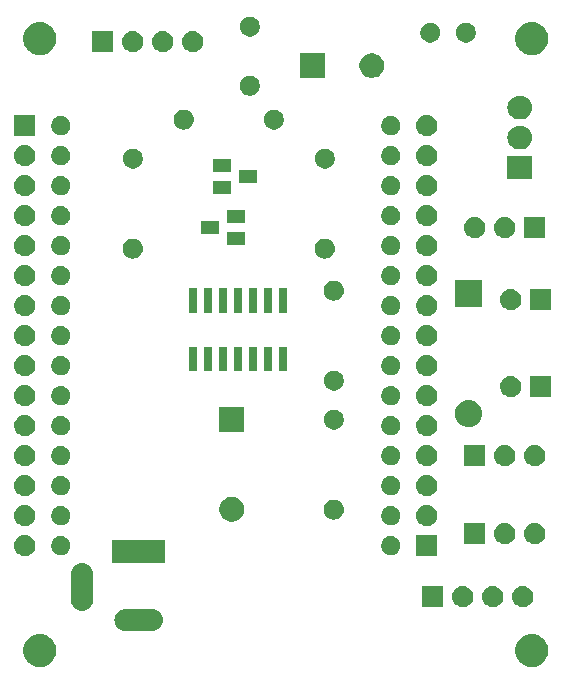
<source format=gbs>
G04 #@! TF.GenerationSoftware,KiCad,Pcbnew,5.0.2-bee76a0~70~ubuntu18.04.1*
G04 #@! TF.CreationDate,2020-02-03T20:23:13+01:00*
G04 #@! TF.ProjectId,ESP8266-LolinV3-Lamp,45535038-3236-4362-9d4c-6f6c696e5633,2.0*
G04 #@! TF.SameCoordinates,Original*
G04 #@! TF.FileFunction,Soldermask,Bot*
G04 #@! TF.FilePolarity,Negative*
%FSLAX46Y46*%
G04 Gerber Fmt 4.6, Leading zero omitted, Abs format (unit mm)*
G04 Created by KiCad (PCBNEW 5.0.2-bee76a0~70~ubuntu18.04.1) date lun 03 feb 2020 20:23:13 CET*
%MOMM*%
%LPD*%
G01*
G04 APERTURE LIST*
%ADD10C,0.100000*%
G04 APERTURE END LIST*
D10*
G36*
X184468433Y-102266893D02*
X184558657Y-102284839D01*
X184664267Y-102328585D01*
X184813621Y-102390449D01*
X185043089Y-102543774D01*
X185238226Y-102738911D01*
X185391551Y-102968379D01*
X185497161Y-103223344D01*
X185551000Y-103494012D01*
X185551000Y-103769988D01*
X185497161Y-104040656D01*
X185391551Y-104295621D01*
X185238226Y-104525089D01*
X185043089Y-104720226D01*
X184813621Y-104873551D01*
X184664267Y-104935415D01*
X184558657Y-104979161D01*
X184468433Y-104997107D01*
X184287988Y-105033000D01*
X184012012Y-105033000D01*
X183831567Y-104997107D01*
X183741343Y-104979161D01*
X183635733Y-104935415D01*
X183486379Y-104873551D01*
X183256911Y-104720226D01*
X183061774Y-104525089D01*
X182908449Y-104295621D01*
X182802839Y-104040656D01*
X182749000Y-103769988D01*
X182749000Y-103494012D01*
X182802839Y-103223344D01*
X182908449Y-102968379D01*
X183061774Y-102738911D01*
X183256911Y-102543774D01*
X183486379Y-102390449D01*
X183635733Y-102328585D01*
X183741343Y-102284839D01*
X183831567Y-102266893D01*
X184012012Y-102231000D01*
X184287988Y-102231000D01*
X184468433Y-102266893D01*
X184468433Y-102266893D01*
G37*
G36*
X142812433Y-102266893D02*
X142902657Y-102284839D01*
X143008267Y-102328585D01*
X143157621Y-102390449D01*
X143387089Y-102543774D01*
X143582226Y-102738911D01*
X143735551Y-102968379D01*
X143841161Y-103223344D01*
X143895000Y-103494012D01*
X143895000Y-103769988D01*
X143841161Y-104040656D01*
X143735551Y-104295621D01*
X143582226Y-104525089D01*
X143387089Y-104720226D01*
X143157621Y-104873551D01*
X143008267Y-104935415D01*
X142902657Y-104979161D01*
X142812433Y-104997107D01*
X142631988Y-105033000D01*
X142356012Y-105033000D01*
X142175567Y-104997107D01*
X142085343Y-104979161D01*
X141979733Y-104935415D01*
X141830379Y-104873551D01*
X141600911Y-104720226D01*
X141405774Y-104525089D01*
X141252449Y-104295621D01*
X141146839Y-104040656D01*
X141093000Y-103769988D01*
X141093000Y-103494012D01*
X141146839Y-103223344D01*
X141252449Y-102968379D01*
X141405774Y-102738911D01*
X141600911Y-102543774D01*
X141830379Y-102390449D01*
X141979733Y-102328585D01*
X142085343Y-102284839D01*
X142175567Y-102266893D01*
X142356012Y-102231000D01*
X142631988Y-102231000D01*
X142812433Y-102266893D01*
X142812433Y-102266893D01*
G37*
G36*
X152162425Y-100112760D02*
X152162428Y-100112761D01*
X152162429Y-100112761D01*
X152341693Y-100167140D01*
X152341695Y-100167141D01*
X152506905Y-100255448D01*
X152651712Y-100374288D01*
X152770552Y-100519095D01*
X152858859Y-100684305D01*
X152913240Y-100863575D01*
X152931601Y-101050000D01*
X152913240Y-101236425D01*
X152858859Y-101415695D01*
X152770552Y-101580905D01*
X152651712Y-101725712D01*
X152506905Y-101844552D01*
X152506903Y-101844553D01*
X152341693Y-101932860D01*
X152162429Y-101987239D01*
X152162428Y-101987239D01*
X152162425Y-101987240D01*
X152022718Y-102001000D01*
X149729282Y-102001000D01*
X149589575Y-101987240D01*
X149589572Y-101987239D01*
X149589571Y-101987239D01*
X149410307Y-101932860D01*
X149245097Y-101844553D01*
X149245095Y-101844552D01*
X149100288Y-101725712D01*
X148981448Y-101580905D01*
X148893141Y-101415695D01*
X148838760Y-101236425D01*
X148820399Y-101050000D01*
X148838760Y-100863575D01*
X148893141Y-100684305D01*
X148981448Y-100519095D01*
X149100288Y-100374288D01*
X149245095Y-100255448D01*
X149410305Y-100167141D01*
X149410307Y-100167140D01*
X149589571Y-100112761D01*
X149589572Y-100112761D01*
X149589575Y-100112760D01*
X149729282Y-100099000D01*
X152022718Y-100099000D01*
X152162425Y-100112760D01*
X152162425Y-100112760D01*
G37*
G36*
X146262424Y-96212760D02*
X146262427Y-96212761D01*
X146262428Y-96212761D01*
X146441692Y-96267140D01*
X146441694Y-96267141D01*
X146441697Y-96267142D01*
X146606904Y-96355446D01*
X146751712Y-96474288D01*
X146870552Y-96619095D01*
X146958859Y-96784305D01*
X147013240Y-96963575D01*
X147027000Y-97103282D01*
X147027000Y-99396718D01*
X147013240Y-99536425D01*
X147013239Y-99536428D01*
X147013239Y-99536429D01*
X147005182Y-99562991D01*
X146958859Y-99715695D01*
X146870552Y-99880905D01*
X146751712Y-100025712D01*
X146606905Y-100144552D01*
X146606903Y-100144553D01*
X146441693Y-100232860D01*
X146262429Y-100287239D01*
X146262428Y-100287239D01*
X146262425Y-100287240D01*
X146076000Y-100305601D01*
X145889576Y-100287240D01*
X145889573Y-100287239D01*
X145889572Y-100287239D01*
X145710308Y-100232860D01*
X145545098Y-100144553D01*
X145545096Y-100144552D01*
X145400289Y-100025712D01*
X145281449Y-99880905D01*
X145193142Y-99715695D01*
X145146820Y-99562991D01*
X145138762Y-99536429D01*
X145138762Y-99536428D01*
X145138761Y-99536425D01*
X145125001Y-99396718D01*
X145125000Y-97103283D01*
X145138760Y-96963576D01*
X145138761Y-96963572D01*
X145193140Y-96784308D01*
X145193141Y-96784306D01*
X145193142Y-96784303D01*
X145281446Y-96619096D01*
X145400288Y-96474288D01*
X145545095Y-96355448D01*
X145710305Y-96267141D01*
X145710307Y-96267140D01*
X145889571Y-96212761D01*
X145889572Y-96212761D01*
X145889575Y-96212760D01*
X146076000Y-96194399D01*
X146262424Y-96212760D01*
X146262424Y-96212760D01*
G37*
G36*
X180958443Y-98165519D02*
X181024627Y-98172037D01*
X181137853Y-98206384D01*
X181194467Y-98223557D01*
X181333087Y-98297652D01*
X181350991Y-98307222D01*
X181386729Y-98336552D01*
X181488186Y-98419814D01*
X181571448Y-98521271D01*
X181600778Y-98557009D01*
X181600779Y-98557011D01*
X181684443Y-98713533D01*
X181684443Y-98713534D01*
X181735963Y-98883373D01*
X181753359Y-99060000D01*
X181735963Y-99236627D01*
X181701616Y-99349853D01*
X181684443Y-99406467D01*
X181614978Y-99536425D01*
X181600778Y-99562991D01*
X181571448Y-99598729D01*
X181488186Y-99700186D01*
X181386729Y-99783448D01*
X181350991Y-99812778D01*
X181350989Y-99812779D01*
X181194467Y-99896443D01*
X181137853Y-99913616D01*
X181024627Y-99947963D01*
X180958443Y-99954481D01*
X180892260Y-99961000D01*
X180803740Y-99961000D01*
X180737557Y-99954481D01*
X180671373Y-99947963D01*
X180558147Y-99913616D01*
X180501533Y-99896443D01*
X180345011Y-99812779D01*
X180345009Y-99812778D01*
X180309271Y-99783448D01*
X180207814Y-99700186D01*
X180124552Y-99598729D01*
X180095222Y-99562991D01*
X180081022Y-99536425D01*
X180011557Y-99406467D01*
X179994384Y-99349853D01*
X179960037Y-99236627D01*
X179942641Y-99060000D01*
X179960037Y-98883373D01*
X180011557Y-98713534D01*
X180011557Y-98713533D01*
X180095221Y-98557011D01*
X180095222Y-98557009D01*
X180124552Y-98521271D01*
X180207814Y-98419814D01*
X180309271Y-98336552D01*
X180345009Y-98307222D01*
X180362913Y-98297652D01*
X180501533Y-98223557D01*
X180558147Y-98206384D01*
X180671373Y-98172037D01*
X180737557Y-98165519D01*
X180803740Y-98159000D01*
X180892260Y-98159000D01*
X180958443Y-98165519D01*
X180958443Y-98165519D01*
G37*
G36*
X178418443Y-98165519D02*
X178484627Y-98172037D01*
X178597853Y-98206384D01*
X178654467Y-98223557D01*
X178793087Y-98297652D01*
X178810991Y-98307222D01*
X178846729Y-98336552D01*
X178948186Y-98419814D01*
X179031448Y-98521271D01*
X179060778Y-98557009D01*
X179060779Y-98557011D01*
X179144443Y-98713533D01*
X179144443Y-98713534D01*
X179195963Y-98883373D01*
X179213359Y-99060000D01*
X179195963Y-99236627D01*
X179161616Y-99349853D01*
X179144443Y-99406467D01*
X179074978Y-99536425D01*
X179060778Y-99562991D01*
X179031448Y-99598729D01*
X178948186Y-99700186D01*
X178846729Y-99783448D01*
X178810991Y-99812778D01*
X178810989Y-99812779D01*
X178654467Y-99896443D01*
X178597853Y-99913616D01*
X178484627Y-99947963D01*
X178418443Y-99954481D01*
X178352260Y-99961000D01*
X178263740Y-99961000D01*
X178197557Y-99954481D01*
X178131373Y-99947963D01*
X178018147Y-99913616D01*
X177961533Y-99896443D01*
X177805011Y-99812779D01*
X177805009Y-99812778D01*
X177769271Y-99783448D01*
X177667814Y-99700186D01*
X177584552Y-99598729D01*
X177555222Y-99562991D01*
X177541022Y-99536425D01*
X177471557Y-99406467D01*
X177454384Y-99349853D01*
X177420037Y-99236627D01*
X177402641Y-99060000D01*
X177420037Y-98883373D01*
X177471557Y-98713534D01*
X177471557Y-98713533D01*
X177555221Y-98557011D01*
X177555222Y-98557009D01*
X177584552Y-98521271D01*
X177667814Y-98419814D01*
X177769271Y-98336552D01*
X177805009Y-98307222D01*
X177822913Y-98297652D01*
X177961533Y-98223557D01*
X178018147Y-98206384D01*
X178131373Y-98172037D01*
X178197557Y-98165519D01*
X178263740Y-98159000D01*
X178352260Y-98159000D01*
X178418443Y-98165519D01*
X178418443Y-98165519D01*
G37*
G36*
X176669000Y-99961000D02*
X174867000Y-99961000D01*
X174867000Y-98159000D01*
X176669000Y-98159000D01*
X176669000Y-99961000D01*
X176669000Y-99961000D01*
G37*
G36*
X183498443Y-98165519D02*
X183564627Y-98172037D01*
X183677853Y-98206384D01*
X183734467Y-98223557D01*
X183873087Y-98297652D01*
X183890991Y-98307222D01*
X183926729Y-98336552D01*
X184028186Y-98419814D01*
X184111448Y-98521271D01*
X184140778Y-98557009D01*
X184140779Y-98557011D01*
X184224443Y-98713533D01*
X184224443Y-98713534D01*
X184275963Y-98883373D01*
X184293359Y-99060000D01*
X184275963Y-99236627D01*
X184241616Y-99349853D01*
X184224443Y-99406467D01*
X184154978Y-99536425D01*
X184140778Y-99562991D01*
X184111448Y-99598729D01*
X184028186Y-99700186D01*
X183926729Y-99783448D01*
X183890991Y-99812778D01*
X183890989Y-99812779D01*
X183734467Y-99896443D01*
X183677853Y-99913616D01*
X183564627Y-99947963D01*
X183498443Y-99954481D01*
X183432260Y-99961000D01*
X183343740Y-99961000D01*
X183277557Y-99954481D01*
X183211373Y-99947963D01*
X183098147Y-99913616D01*
X183041533Y-99896443D01*
X182885011Y-99812779D01*
X182885009Y-99812778D01*
X182849271Y-99783448D01*
X182747814Y-99700186D01*
X182664552Y-99598729D01*
X182635222Y-99562991D01*
X182621022Y-99536425D01*
X182551557Y-99406467D01*
X182534384Y-99349853D01*
X182500037Y-99236627D01*
X182482641Y-99060000D01*
X182500037Y-98883373D01*
X182551557Y-98713534D01*
X182551557Y-98713533D01*
X182635221Y-98557011D01*
X182635222Y-98557009D01*
X182664552Y-98521271D01*
X182747814Y-98419814D01*
X182849271Y-98336552D01*
X182885009Y-98307222D01*
X182902913Y-98297652D01*
X183041533Y-98223557D01*
X183098147Y-98206384D01*
X183211373Y-98172037D01*
X183277557Y-98165519D01*
X183343740Y-98159000D01*
X183432260Y-98159000D01*
X183498443Y-98165519D01*
X183498443Y-98165519D01*
G37*
G36*
X153127000Y-96201000D02*
X148625000Y-96201000D01*
X148625000Y-94299000D01*
X153127000Y-94299000D01*
X153127000Y-96201000D01*
X153127000Y-96201000D01*
G37*
G36*
X176161000Y-95643000D02*
X174359000Y-95643000D01*
X174359000Y-93841000D01*
X176161000Y-93841000D01*
X176161000Y-95643000D01*
X176161000Y-95643000D01*
G37*
G36*
X141334443Y-93847519D02*
X141400627Y-93854037D01*
X141513853Y-93888384D01*
X141570467Y-93905557D01*
X141672774Y-93960242D01*
X141726991Y-93989222D01*
X141762729Y-94018552D01*
X141864186Y-94101814D01*
X141947448Y-94203271D01*
X141976778Y-94239009D01*
X141976779Y-94239011D01*
X142060443Y-94395533D01*
X142060443Y-94395534D01*
X142111963Y-94565373D01*
X142129359Y-94742000D01*
X142111963Y-94918627D01*
X142077616Y-95031853D01*
X142060443Y-95088467D01*
X141986348Y-95227087D01*
X141976778Y-95244991D01*
X141947448Y-95280729D01*
X141864186Y-95382186D01*
X141766358Y-95462470D01*
X141726991Y-95494778D01*
X141726989Y-95494779D01*
X141570467Y-95578443D01*
X141513853Y-95595616D01*
X141400627Y-95629963D01*
X141334442Y-95636482D01*
X141268260Y-95643000D01*
X141179740Y-95643000D01*
X141113558Y-95636482D01*
X141047373Y-95629963D01*
X140934147Y-95595616D01*
X140877533Y-95578443D01*
X140721011Y-95494779D01*
X140721009Y-95494778D01*
X140681642Y-95462470D01*
X140583814Y-95382186D01*
X140500552Y-95280729D01*
X140471222Y-95244991D01*
X140461652Y-95227087D01*
X140387557Y-95088467D01*
X140370384Y-95031853D01*
X140336037Y-94918627D01*
X140318641Y-94742000D01*
X140336037Y-94565373D01*
X140387557Y-94395534D01*
X140387557Y-94395533D01*
X140471221Y-94239011D01*
X140471222Y-94239009D01*
X140500552Y-94203271D01*
X140583814Y-94101814D01*
X140685271Y-94018552D01*
X140721009Y-93989222D01*
X140775226Y-93960242D01*
X140877533Y-93905557D01*
X140934147Y-93888384D01*
X141047373Y-93854037D01*
X141113557Y-93847519D01*
X141179740Y-93841000D01*
X141268260Y-93841000D01*
X141334443Y-93847519D01*
X141334443Y-93847519D01*
G37*
G36*
X144509142Y-93960242D02*
X144657102Y-94021530D01*
X144724130Y-94066317D01*
X144790257Y-94110501D01*
X144903499Y-94223743D01*
X144947683Y-94289870D01*
X144992470Y-94356898D01*
X145053758Y-94504858D01*
X145085000Y-94661925D01*
X145085000Y-94822075D01*
X145053758Y-94979142D01*
X145008474Y-95088466D01*
X144992471Y-95127100D01*
X144903499Y-95260257D01*
X144790257Y-95373499D01*
X144724130Y-95417683D01*
X144657102Y-95462470D01*
X144509142Y-95523758D01*
X144352075Y-95555000D01*
X144191925Y-95555000D01*
X144034858Y-95523758D01*
X143886898Y-95462470D01*
X143819870Y-95417683D01*
X143753743Y-95373499D01*
X143640501Y-95260257D01*
X143551529Y-95127100D01*
X143535526Y-95088466D01*
X143490242Y-94979142D01*
X143459000Y-94822075D01*
X143459000Y-94661925D01*
X143490242Y-94504858D01*
X143551530Y-94356898D01*
X143596317Y-94289870D01*
X143640501Y-94223743D01*
X143753743Y-94110501D01*
X143819870Y-94066317D01*
X143886898Y-94021530D01*
X144034858Y-93960242D01*
X144191925Y-93929000D01*
X144352075Y-93929000D01*
X144509142Y-93960242D01*
X144509142Y-93960242D01*
G37*
G36*
X172449142Y-93960242D02*
X172597102Y-94021530D01*
X172664130Y-94066317D01*
X172730257Y-94110501D01*
X172843499Y-94223743D01*
X172887683Y-94289870D01*
X172932470Y-94356898D01*
X172993758Y-94504858D01*
X173025000Y-94661925D01*
X173025000Y-94822075D01*
X172993758Y-94979142D01*
X172948474Y-95088466D01*
X172932471Y-95127100D01*
X172843499Y-95260257D01*
X172730257Y-95373499D01*
X172664130Y-95417683D01*
X172597102Y-95462470D01*
X172449142Y-95523758D01*
X172292075Y-95555000D01*
X172131925Y-95555000D01*
X171974858Y-95523758D01*
X171826898Y-95462470D01*
X171759870Y-95417683D01*
X171693743Y-95373499D01*
X171580501Y-95260257D01*
X171491529Y-95127100D01*
X171475526Y-95088466D01*
X171430242Y-94979142D01*
X171399000Y-94822075D01*
X171399000Y-94661925D01*
X171430242Y-94504858D01*
X171491530Y-94356898D01*
X171536317Y-94289870D01*
X171580501Y-94223743D01*
X171693743Y-94110501D01*
X171759870Y-94066317D01*
X171826898Y-94021530D01*
X171974858Y-93960242D01*
X172131925Y-93929000D01*
X172292075Y-93929000D01*
X172449142Y-93960242D01*
X172449142Y-93960242D01*
G37*
G36*
X180225000Y-94627000D02*
X178423000Y-94627000D01*
X178423000Y-92825000D01*
X180225000Y-92825000D01*
X180225000Y-94627000D01*
X180225000Y-94627000D01*
G37*
G36*
X181974442Y-92831518D02*
X182040627Y-92838037D01*
X182153853Y-92872384D01*
X182210467Y-92889557D01*
X182332485Y-92954778D01*
X182366991Y-92973222D01*
X182379829Y-92983758D01*
X182504186Y-93085814D01*
X182587448Y-93187271D01*
X182616778Y-93223009D01*
X182616779Y-93223011D01*
X182700443Y-93379533D01*
X182700443Y-93379534D01*
X182751963Y-93549373D01*
X182769359Y-93726000D01*
X182751963Y-93902627D01*
X182734485Y-93960243D01*
X182700443Y-94072467D01*
X182626348Y-94211087D01*
X182616778Y-94228991D01*
X182587448Y-94264729D01*
X182504186Y-94366186D01*
X182402729Y-94449448D01*
X182366991Y-94478778D01*
X182366989Y-94478779D01*
X182210467Y-94562443D01*
X182153853Y-94579616D01*
X182040627Y-94613963D01*
X181974443Y-94620481D01*
X181908260Y-94627000D01*
X181819740Y-94627000D01*
X181753557Y-94620481D01*
X181687373Y-94613963D01*
X181574147Y-94579616D01*
X181517533Y-94562443D01*
X181361011Y-94478779D01*
X181361009Y-94478778D01*
X181325271Y-94449448D01*
X181223814Y-94366186D01*
X181140552Y-94264729D01*
X181111222Y-94228991D01*
X181101652Y-94211087D01*
X181027557Y-94072467D01*
X180993515Y-93960243D01*
X180976037Y-93902627D01*
X180958641Y-93726000D01*
X180976037Y-93549373D01*
X181027557Y-93379534D01*
X181027557Y-93379533D01*
X181111221Y-93223011D01*
X181111222Y-93223009D01*
X181140552Y-93187271D01*
X181223814Y-93085814D01*
X181348171Y-92983758D01*
X181361009Y-92973222D01*
X181395515Y-92954778D01*
X181517533Y-92889557D01*
X181574147Y-92872384D01*
X181687373Y-92838037D01*
X181753558Y-92831518D01*
X181819740Y-92825000D01*
X181908260Y-92825000D01*
X181974442Y-92831518D01*
X181974442Y-92831518D01*
G37*
G36*
X184514442Y-92831518D02*
X184580627Y-92838037D01*
X184693853Y-92872384D01*
X184750467Y-92889557D01*
X184872485Y-92954778D01*
X184906991Y-92973222D01*
X184919829Y-92983758D01*
X185044186Y-93085814D01*
X185127448Y-93187271D01*
X185156778Y-93223009D01*
X185156779Y-93223011D01*
X185240443Y-93379533D01*
X185240443Y-93379534D01*
X185291963Y-93549373D01*
X185309359Y-93726000D01*
X185291963Y-93902627D01*
X185274485Y-93960243D01*
X185240443Y-94072467D01*
X185166348Y-94211087D01*
X185156778Y-94228991D01*
X185127448Y-94264729D01*
X185044186Y-94366186D01*
X184942729Y-94449448D01*
X184906991Y-94478778D01*
X184906989Y-94478779D01*
X184750467Y-94562443D01*
X184693853Y-94579616D01*
X184580627Y-94613963D01*
X184514443Y-94620481D01*
X184448260Y-94627000D01*
X184359740Y-94627000D01*
X184293557Y-94620481D01*
X184227373Y-94613963D01*
X184114147Y-94579616D01*
X184057533Y-94562443D01*
X183901011Y-94478779D01*
X183901009Y-94478778D01*
X183865271Y-94449448D01*
X183763814Y-94366186D01*
X183680552Y-94264729D01*
X183651222Y-94228991D01*
X183641652Y-94211087D01*
X183567557Y-94072467D01*
X183533515Y-93960243D01*
X183516037Y-93902627D01*
X183498641Y-93726000D01*
X183516037Y-93549373D01*
X183567557Y-93379534D01*
X183567557Y-93379533D01*
X183651221Y-93223011D01*
X183651222Y-93223009D01*
X183680552Y-93187271D01*
X183763814Y-93085814D01*
X183888171Y-92983758D01*
X183901009Y-92973222D01*
X183935515Y-92954778D01*
X184057533Y-92889557D01*
X184114147Y-92872384D01*
X184227373Y-92838037D01*
X184293558Y-92831518D01*
X184359740Y-92825000D01*
X184448260Y-92825000D01*
X184514442Y-92831518D01*
X184514442Y-92831518D01*
G37*
G36*
X141334443Y-91307519D02*
X141400627Y-91314037D01*
X141513853Y-91348384D01*
X141570467Y-91365557D01*
X141672774Y-91420242D01*
X141726991Y-91449222D01*
X141762729Y-91478552D01*
X141864186Y-91561814D01*
X141947448Y-91663271D01*
X141976778Y-91699009D01*
X141976779Y-91699011D01*
X142060443Y-91855533D01*
X142060443Y-91855534D01*
X142111963Y-92025373D01*
X142129359Y-92202000D01*
X142111963Y-92378627D01*
X142079991Y-92484025D01*
X142060443Y-92548467D01*
X142030019Y-92605385D01*
X141976778Y-92704991D01*
X141960357Y-92725000D01*
X141864186Y-92842186D01*
X141766358Y-92922470D01*
X141726991Y-92954778D01*
X141726989Y-92954779D01*
X141570467Y-93038443D01*
X141513853Y-93055616D01*
X141400627Y-93089963D01*
X141334443Y-93096481D01*
X141268260Y-93103000D01*
X141179740Y-93103000D01*
X141113557Y-93096481D01*
X141047373Y-93089963D01*
X140934147Y-93055616D01*
X140877533Y-93038443D01*
X140721011Y-92954779D01*
X140721009Y-92954778D01*
X140681642Y-92922470D01*
X140583814Y-92842186D01*
X140487643Y-92725000D01*
X140471222Y-92704991D01*
X140417981Y-92605385D01*
X140387557Y-92548467D01*
X140368009Y-92484025D01*
X140336037Y-92378627D01*
X140318641Y-92202000D01*
X140336037Y-92025373D01*
X140387557Y-91855534D01*
X140387557Y-91855533D01*
X140471221Y-91699011D01*
X140471222Y-91699009D01*
X140500552Y-91663271D01*
X140583814Y-91561814D01*
X140685271Y-91478552D01*
X140721009Y-91449222D01*
X140775226Y-91420242D01*
X140877533Y-91365557D01*
X140934147Y-91348384D01*
X141047373Y-91314037D01*
X141113557Y-91307519D01*
X141179740Y-91301000D01*
X141268260Y-91301000D01*
X141334443Y-91307519D01*
X141334443Y-91307519D01*
G37*
G36*
X175370443Y-91307519D02*
X175436627Y-91314037D01*
X175549853Y-91348384D01*
X175606467Y-91365557D01*
X175708774Y-91420242D01*
X175762991Y-91449222D01*
X175798729Y-91478552D01*
X175900186Y-91561814D01*
X175983448Y-91663271D01*
X176012778Y-91699009D01*
X176012779Y-91699011D01*
X176096443Y-91855533D01*
X176096443Y-91855534D01*
X176147963Y-92025373D01*
X176165359Y-92202000D01*
X176147963Y-92378627D01*
X176115991Y-92484025D01*
X176096443Y-92548467D01*
X176066019Y-92605385D01*
X176012778Y-92704991D01*
X175996357Y-92725000D01*
X175900186Y-92842186D01*
X175802358Y-92922470D01*
X175762991Y-92954778D01*
X175762989Y-92954779D01*
X175606467Y-93038443D01*
X175549853Y-93055616D01*
X175436627Y-93089963D01*
X175370443Y-93096481D01*
X175304260Y-93103000D01*
X175215740Y-93103000D01*
X175149557Y-93096481D01*
X175083373Y-93089963D01*
X174970147Y-93055616D01*
X174913533Y-93038443D01*
X174757011Y-92954779D01*
X174757009Y-92954778D01*
X174717642Y-92922470D01*
X174619814Y-92842186D01*
X174523643Y-92725000D01*
X174507222Y-92704991D01*
X174453981Y-92605385D01*
X174423557Y-92548467D01*
X174404009Y-92484025D01*
X174372037Y-92378627D01*
X174354641Y-92202000D01*
X174372037Y-92025373D01*
X174423557Y-91855534D01*
X174423557Y-91855533D01*
X174507221Y-91699011D01*
X174507222Y-91699009D01*
X174536552Y-91663271D01*
X174619814Y-91561814D01*
X174721271Y-91478552D01*
X174757009Y-91449222D01*
X174811226Y-91420242D01*
X174913533Y-91365557D01*
X174970147Y-91348384D01*
X175083373Y-91314037D01*
X175149557Y-91307519D01*
X175215740Y-91301000D01*
X175304260Y-91301000D01*
X175370443Y-91307519D01*
X175370443Y-91307519D01*
G37*
G36*
X172449142Y-91420242D02*
X172597102Y-91481530D01*
X172664130Y-91526317D01*
X172730257Y-91570501D01*
X172843499Y-91683743D01*
X172887683Y-91749870D01*
X172932470Y-91816898D01*
X172993758Y-91964858D01*
X173025000Y-92121925D01*
X173025000Y-92282075D01*
X172993758Y-92439142D01*
X172932470Y-92587102D01*
X172887683Y-92654130D01*
X172843499Y-92720257D01*
X172730257Y-92833499D01*
X172664130Y-92877683D01*
X172597102Y-92922470D01*
X172449142Y-92983758D01*
X172292075Y-93015000D01*
X172131925Y-93015000D01*
X171974858Y-92983758D01*
X171826898Y-92922470D01*
X171759870Y-92877683D01*
X171693743Y-92833499D01*
X171580501Y-92720257D01*
X171536317Y-92654130D01*
X171491530Y-92587102D01*
X171430242Y-92439142D01*
X171399000Y-92282075D01*
X171399000Y-92121925D01*
X171430242Y-91964858D01*
X171491530Y-91816898D01*
X171536317Y-91749870D01*
X171580501Y-91683743D01*
X171693743Y-91570501D01*
X171759870Y-91526317D01*
X171826898Y-91481530D01*
X171974858Y-91420242D01*
X172131925Y-91389000D01*
X172292075Y-91389000D01*
X172449142Y-91420242D01*
X172449142Y-91420242D01*
G37*
G36*
X144509142Y-91420242D02*
X144657102Y-91481530D01*
X144724130Y-91526317D01*
X144790257Y-91570501D01*
X144903499Y-91683743D01*
X144947683Y-91749870D01*
X144992470Y-91816898D01*
X145053758Y-91964858D01*
X145085000Y-92121925D01*
X145085000Y-92282075D01*
X145053758Y-92439142D01*
X144992470Y-92587102D01*
X144947683Y-92654130D01*
X144903499Y-92720257D01*
X144790257Y-92833499D01*
X144724130Y-92877683D01*
X144657102Y-92922470D01*
X144509142Y-92983758D01*
X144352075Y-93015000D01*
X144191925Y-93015000D01*
X144034858Y-92983758D01*
X143886898Y-92922470D01*
X143819870Y-92877683D01*
X143753743Y-92833499D01*
X143640501Y-92720257D01*
X143596317Y-92654130D01*
X143551530Y-92587102D01*
X143490242Y-92439142D01*
X143459000Y-92282075D01*
X143459000Y-92121925D01*
X143490242Y-91964858D01*
X143551530Y-91816898D01*
X143596317Y-91749870D01*
X143640501Y-91683743D01*
X143753743Y-91570501D01*
X143819870Y-91526317D01*
X143886898Y-91481530D01*
X144034858Y-91420242D01*
X144191925Y-91389000D01*
X144352075Y-91389000D01*
X144509142Y-91420242D01*
X144509142Y-91420242D01*
G37*
G36*
X159056565Y-90663389D02*
X159247834Y-90742615D01*
X159419976Y-90857637D01*
X159566363Y-91004024D01*
X159681385Y-91176166D01*
X159760611Y-91367435D01*
X159801000Y-91570484D01*
X159801000Y-91777516D01*
X159760611Y-91980565D01*
X159681385Y-92171834D01*
X159566363Y-92343976D01*
X159419976Y-92490363D01*
X159247834Y-92605385D01*
X159056565Y-92684611D01*
X158853516Y-92725000D01*
X158646484Y-92725000D01*
X158443435Y-92684611D01*
X158252166Y-92605385D01*
X158080024Y-92490363D01*
X157933637Y-92343976D01*
X157818615Y-92171834D01*
X157739389Y-91980565D01*
X157699000Y-91777516D01*
X157699000Y-91570484D01*
X157739389Y-91367435D01*
X157818615Y-91176166D01*
X157933637Y-91004024D01*
X158080024Y-90857637D01*
X158252166Y-90742615D01*
X158443435Y-90663389D01*
X158646484Y-90623000D01*
X158853516Y-90623000D01*
X159056565Y-90663389D01*
X159056565Y-90663389D01*
G37*
G36*
X167552821Y-90855313D02*
X167552824Y-90855314D01*
X167552825Y-90855314D01*
X167713239Y-90903975D01*
X167713241Y-90903976D01*
X167713244Y-90903977D01*
X167861078Y-90982995D01*
X167990659Y-91089341D01*
X168097005Y-91218922D01*
X168176023Y-91366756D01*
X168176024Y-91366759D01*
X168176025Y-91366761D01*
X168224686Y-91527175D01*
X168224687Y-91527179D01*
X168241117Y-91694000D01*
X168224687Y-91860821D01*
X168176023Y-92021244D01*
X168097005Y-92169078D01*
X167990659Y-92298659D01*
X167861078Y-92405005D01*
X167713244Y-92484023D01*
X167713241Y-92484024D01*
X167713239Y-92484025D01*
X167552825Y-92532686D01*
X167552824Y-92532686D01*
X167552821Y-92532687D01*
X167427804Y-92545000D01*
X167344196Y-92545000D01*
X167219179Y-92532687D01*
X167219176Y-92532686D01*
X167219175Y-92532686D01*
X167058761Y-92484025D01*
X167058759Y-92484024D01*
X167058756Y-92484023D01*
X166910922Y-92405005D01*
X166781341Y-92298659D01*
X166674995Y-92169078D01*
X166595977Y-92021244D01*
X166547313Y-91860821D01*
X166530883Y-91694000D01*
X166547313Y-91527179D01*
X166547314Y-91527175D01*
X166595975Y-91366761D01*
X166595976Y-91366759D01*
X166595977Y-91366756D01*
X166674995Y-91218922D01*
X166781341Y-91089341D01*
X166910922Y-90982995D01*
X167058756Y-90903977D01*
X167058759Y-90903976D01*
X167058761Y-90903975D01*
X167219175Y-90855314D01*
X167219176Y-90855314D01*
X167219179Y-90855313D01*
X167344196Y-90843000D01*
X167427804Y-90843000D01*
X167552821Y-90855313D01*
X167552821Y-90855313D01*
G37*
G36*
X141334442Y-88767518D02*
X141400627Y-88774037D01*
X141513853Y-88808384D01*
X141570467Y-88825557D01*
X141672774Y-88880242D01*
X141726991Y-88909222D01*
X141762729Y-88938552D01*
X141864186Y-89021814D01*
X141947448Y-89123271D01*
X141976778Y-89159009D01*
X141976779Y-89159011D01*
X142060443Y-89315533D01*
X142060443Y-89315534D01*
X142111963Y-89485373D01*
X142129359Y-89662000D01*
X142111963Y-89838627D01*
X142077616Y-89951853D01*
X142060443Y-90008467D01*
X141986348Y-90147087D01*
X141976778Y-90164991D01*
X141947448Y-90200729D01*
X141864186Y-90302186D01*
X141766358Y-90382470D01*
X141726991Y-90414778D01*
X141726989Y-90414779D01*
X141570467Y-90498443D01*
X141513853Y-90515616D01*
X141400627Y-90549963D01*
X141334442Y-90556482D01*
X141268260Y-90563000D01*
X141179740Y-90563000D01*
X141113558Y-90556482D01*
X141047373Y-90549963D01*
X140934147Y-90515616D01*
X140877533Y-90498443D01*
X140721011Y-90414779D01*
X140721009Y-90414778D01*
X140681642Y-90382470D01*
X140583814Y-90302186D01*
X140500552Y-90200729D01*
X140471222Y-90164991D01*
X140461652Y-90147087D01*
X140387557Y-90008467D01*
X140370384Y-89951853D01*
X140336037Y-89838627D01*
X140318641Y-89662000D01*
X140336037Y-89485373D01*
X140387557Y-89315534D01*
X140387557Y-89315533D01*
X140471221Y-89159011D01*
X140471222Y-89159009D01*
X140500552Y-89123271D01*
X140583814Y-89021814D01*
X140685271Y-88938552D01*
X140721009Y-88909222D01*
X140775226Y-88880242D01*
X140877533Y-88825557D01*
X140934147Y-88808384D01*
X141047373Y-88774037D01*
X141113558Y-88767518D01*
X141179740Y-88761000D01*
X141268260Y-88761000D01*
X141334442Y-88767518D01*
X141334442Y-88767518D01*
G37*
G36*
X175370442Y-88767518D02*
X175436627Y-88774037D01*
X175549853Y-88808384D01*
X175606467Y-88825557D01*
X175708774Y-88880242D01*
X175762991Y-88909222D01*
X175798729Y-88938552D01*
X175900186Y-89021814D01*
X175983448Y-89123271D01*
X176012778Y-89159009D01*
X176012779Y-89159011D01*
X176096443Y-89315533D01*
X176096443Y-89315534D01*
X176147963Y-89485373D01*
X176165359Y-89662000D01*
X176147963Y-89838627D01*
X176113616Y-89951853D01*
X176096443Y-90008467D01*
X176022348Y-90147087D01*
X176012778Y-90164991D01*
X175983448Y-90200729D01*
X175900186Y-90302186D01*
X175802358Y-90382470D01*
X175762991Y-90414778D01*
X175762989Y-90414779D01*
X175606467Y-90498443D01*
X175549853Y-90515616D01*
X175436627Y-90549963D01*
X175370442Y-90556482D01*
X175304260Y-90563000D01*
X175215740Y-90563000D01*
X175149558Y-90556482D01*
X175083373Y-90549963D01*
X174970147Y-90515616D01*
X174913533Y-90498443D01*
X174757011Y-90414779D01*
X174757009Y-90414778D01*
X174717642Y-90382470D01*
X174619814Y-90302186D01*
X174536552Y-90200729D01*
X174507222Y-90164991D01*
X174497652Y-90147087D01*
X174423557Y-90008467D01*
X174406384Y-89951853D01*
X174372037Y-89838627D01*
X174354641Y-89662000D01*
X174372037Y-89485373D01*
X174423557Y-89315534D01*
X174423557Y-89315533D01*
X174507221Y-89159011D01*
X174507222Y-89159009D01*
X174536552Y-89123271D01*
X174619814Y-89021814D01*
X174721271Y-88938552D01*
X174757009Y-88909222D01*
X174811226Y-88880242D01*
X174913533Y-88825557D01*
X174970147Y-88808384D01*
X175083373Y-88774037D01*
X175149558Y-88767518D01*
X175215740Y-88761000D01*
X175304260Y-88761000D01*
X175370442Y-88767518D01*
X175370442Y-88767518D01*
G37*
G36*
X172449142Y-88880242D02*
X172597102Y-88941530D01*
X172664130Y-88986317D01*
X172730257Y-89030501D01*
X172843499Y-89143743D01*
X172887683Y-89209870D01*
X172932470Y-89276898D01*
X172993758Y-89424858D01*
X173025000Y-89581925D01*
X173025000Y-89742075D01*
X172993758Y-89899142D01*
X172948474Y-90008466D01*
X172932471Y-90047100D01*
X172843499Y-90180257D01*
X172730257Y-90293499D01*
X172664130Y-90337683D01*
X172597102Y-90382470D01*
X172449142Y-90443758D01*
X172292075Y-90475000D01*
X172131925Y-90475000D01*
X171974858Y-90443758D01*
X171826898Y-90382470D01*
X171759870Y-90337683D01*
X171693743Y-90293499D01*
X171580501Y-90180257D01*
X171491529Y-90047100D01*
X171475526Y-90008466D01*
X171430242Y-89899142D01*
X171399000Y-89742075D01*
X171399000Y-89581925D01*
X171430242Y-89424858D01*
X171491530Y-89276898D01*
X171536317Y-89209870D01*
X171580501Y-89143743D01*
X171693743Y-89030501D01*
X171759870Y-88986317D01*
X171826898Y-88941530D01*
X171974858Y-88880242D01*
X172131925Y-88849000D01*
X172292075Y-88849000D01*
X172449142Y-88880242D01*
X172449142Y-88880242D01*
G37*
G36*
X144509142Y-88880242D02*
X144657102Y-88941530D01*
X144724130Y-88986317D01*
X144790257Y-89030501D01*
X144903499Y-89143743D01*
X144947683Y-89209870D01*
X144992470Y-89276898D01*
X145053758Y-89424858D01*
X145085000Y-89581925D01*
X145085000Y-89742075D01*
X145053758Y-89899142D01*
X145008474Y-90008466D01*
X144992471Y-90047100D01*
X144903499Y-90180257D01*
X144790257Y-90293499D01*
X144724130Y-90337683D01*
X144657102Y-90382470D01*
X144509142Y-90443758D01*
X144352075Y-90475000D01*
X144191925Y-90475000D01*
X144034858Y-90443758D01*
X143886898Y-90382470D01*
X143819870Y-90337683D01*
X143753743Y-90293499D01*
X143640501Y-90180257D01*
X143551529Y-90047100D01*
X143535526Y-90008466D01*
X143490242Y-89899142D01*
X143459000Y-89742075D01*
X143459000Y-89581925D01*
X143490242Y-89424858D01*
X143551530Y-89276898D01*
X143596317Y-89209870D01*
X143640501Y-89143743D01*
X143753743Y-89030501D01*
X143819870Y-88986317D01*
X143886898Y-88941530D01*
X144034858Y-88880242D01*
X144191925Y-88849000D01*
X144352075Y-88849000D01*
X144509142Y-88880242D01*
X144509142Y-88880242D01*
G37*
G36*
X180225000Y-88023000D02*
X178423000Y-88023000D01*
X178423000Y-86221000D01*
X180225000Y-86221000D01*
X180225000Y-88023000D01*
X180225000Y-88023000D01*
G37*
G36*
X175370443Y-86227519D02*
X175436627Y-86234037D01*
X175549853Y-86268384D01*
X175606467Y-86285557D01*
X175708774Y-86340242D01*
X175762991Y-86369222D01*
X175798729Y-86398552D01*
X175900186Y-86481814D01*
X175983448Y-86583271D01*
X176012778Y-86619009D01*
X176012779Y-86619011D01*
X176096443Y-86775533D01*
X176096443Y-86775534D01*
X176147963Y-86945373D01*
X176165359Y-87122000D01*
X176147963Y-87298627D01*
X176113616Y-87411853D01*
X176096443Y-87468467D01*
X176022348Y-87607087D01*
X176012778Y-87624991D01*
X175983448Y-87660729D01*
X175900186Y-87762186D01*
X175802358Y-87842470D01*
X175762991Y-87874778D01*
X175762989Y-87874779D01*
X175606467Y-87958443D01*
X175549853Y-87975616D01*
X175436627Y-88009963D01*
X175370443Y-88016481D01*
X175304260Y-88023000D01*
X175215740Y-88023000D01*
X175149557Y-88016481D01*
X175083373Y-88009963D01*
X174970147Y-87975616D01*
X174913533Y-87958443D01*
X174757011Y-87874779D01*
X174757009Y-87874778D01*
X174717642Y-87842470D01*
X174619814Y-87762186D01*
X174536552Y-87660729D01*
X174507222Y-87624991D01*
X174497652Y-87607087D01*
X174423557Y-87468467D01*
X174406384Y-87411853D01*
X174372037Y-87298627D01*
X174354641Y-87122000D01*
X174372037Y-86945373D01*
X174423557Y-86775534D01*
X174423557Y-86775533D01*
X174507221Y-86619011D01*
X174507222Y-86619009D01*
X174536552Y-86583271D01*
X174619814Y-86481814D01*
X174721271Y-86398552D01*
X174757009Y-86369222D01*
X174811226Y-86340242D01*
X174913533Y-86285557D01*
X174970147Y-86268384D01*
X175083373Y-86234037D01*
X175149557Y-86227519D01*
X175215740Y-86221000D01*
X175304260Y-86221000D01*
X175370443Y-86227519D01*
X175370443Y-86227519D01*
G37*
G36*
X141334443Y-86227519D02*
X141400627Y-86234037D01*
X141513853Y-86268384D01*
X141570467Y-86285557D01*
X141672774Y-86340242D01*
X141726991Y-86369222D01*
X141762729Y-86398552D01*
X141864186Y-86481814D01*
X141947448Y-86583271D01*
X141976778Y-86619009D01*
X141976779Y-86619011D01*
X142060443Y-86775533D01*
X142060443Y-86775534D01*
X142111963Y-86945373D01*
X142129359Y-87122000D01*
X142111963Y-87298627D01*
X142077616Y-87411853D01*
X142060443Y-87468467D01*
X141986348Y-87607087D01*
X141976778Y-87624991D01*
X141947448Y-87660729D01*
X141864186Y-87762186D01*
X141766358Y-87842470D01*
X141726991Y-87874778D01*
X141726989Y-87874779D01*
X141570467Y-87958443D01*
X141513853Y-87975616D01*
X141400627Y-88009963D01*
X141334443Y-88016481D01*
X141268260Y-88023000D01*
X141179740Y-88023000D01*
X141113557Y-88016481D01*
X141047373Y-88009963D01*
X140934147Y-87975616D01*
X140877533Y-87958443D01*
X140721011Y-87874779D01*
X140721009Y-87874778D01*
X140681642Y-87842470D01*
X140583814Y-87762186D01*
X140500552Y-87660729D01*
X140471222Y-87624991D01*
X140461652Y-87607087D01*
X140387557Y-87468467D01*
X140370384Y-87411853D01*
X140336037Y-87298627D01*
X140318641Y-87122000D01*
X140336037Y-86945373D01*
X140387557Y-86775534D01*
X140387557Y-86775533D01*
X140471221Y-86619011D01*
X140471222Y-86619009D01*
X140500552Y-86583271D01*
X140583814Y-86481814D01*
X140685271Y-86398552D01*
X140721009Y-86369222D01*
X140775226Y-86340242D01*
X140877533Y-86285557D01*
X140934147Y-86268384D01*
X141047373Y-86234037D01*
X141113557Y-86227519D01*
X141179740Y-86221000D01*
X141268260Y-86221000D01*
X141334443Y-86227519D01*
X141334443Y-86227519D01*
G37*
G36*
X181974443Y-86227519D02*
X182040627Y-86234037D01*
X182153853Y-86268384D01*
X182210467Y-86285557D01*
X182312774Y-86340242D01*
X182366991Y-86369222D01*
X182402729Y-86398552D01*
X182504186Y-86481814D01*
X182587448Y-86583271D01*
X182616778Y-86619009D01*
X182616779Y-86619011D01*
X182700443Y-86775533D01*
X182700443Y-86775534D01*
X182751963Y-86945373D01*
X182769359Y-87122000D01*
X182751963Y-87298627D01*
X182717616Y-87411853D01*
X182700443Y-87468467D01*
X182626348Y-87607087D01*
X182616778Y-87624991D01*
X182587448Y-87660729D01*
X182504186Y-87762186D01*
X182406358Y-87842470D01*
X182366991Y-87874778D01*
X182366989Y-87874779D01*
X182210467Y-87958443D01*
X182153853Y-87975616D01*
X182040627Y-88009963D01*
X181974443Y-88016481D01*
X181908260Y-88023000D01*
X181819740Y-88023000D01*
X181753557Y-88016481D01*
X181687373Y-88009963D01*
X181574147Y-87975616D01*
X181517533Y-87958443D01*
X181361011Y-87874779D01*
X181361009Y-87874778D01*
X181321642Y-87842470D01*
X181223814Y-87762186D01*
X181140552Y-87660729D01*
X181111222Y-87624991D01*
X181101652Y-87607087D01*
X181027557Y-87468467D01*
X181010384Y-87411853D01*
X180976037Y-87298627D01*
X180958641Y-87122000D01*
X180976037Y-86945373D01*
X181027557Y-86775534D01*
X181027557Y-86775533D01*
X181111221Y-86619011D01*
X181111222Y-86619009D01*
X181140552Y-86583271D01*
X181223814Y-86481814D01*
X181325271Y-86398552D01*
X181361009Y-86369222D01*
X181415226Y-86340242D01*
X181517533Y-86285557D01*
X181574147Y-86268384D01*
X181687373Y-86234037D01*
X181753557Y-86227519D01*
X181819740Y-86221000D01*
X181908260Y-86221000D01*
X181974443Y-86227519D01*
X181974443Y-86227519D01*
G37*
G36*
X184514443Y-86227519D02*
X184580627Y-86234037D01*
X184693853Y-86268384D01*
X184750467Y-86285557D01*
X184852774Y-86340242D01*
X184906991Y-86369222D01*
X184942729Y-86398552D01*
X185044186Y-86481814D01*
X185127448Y-86583271D01*
X185156778Y-86619009D01*
X185156779Y-86619011D01*
X185240443Y-86775533D01*
X185240443Y-86775534D01*
X185291963Y-86945373D01*
X185309359Y-87122000D01*
X185291963Y-87298627D01*
X185257616Y-87411853D01*
X185240443Y-87468467D01*
X185166348Y-87607087D01*
X185156778Y-87624991D01*
X185127448Y-87660729D01*
X185044186Y-87762186D01*
X184946358Y-87842470D01*
X184906991Y-87874778D01*
X184906989Y-87874779D01*
X184750467Y-87958443D01*
X184693853Y-87975616D01*
X184580627Y-88009963D01*
X184514443Y-88016481D01*
X184448260Y-88023000D01*
X184359740Y-88023000D01*
X184293557Y-88016481D01*
X184227373Y-88009963D01*
X184114147Y-87975616D01*
X184057533Y-87958443D01*
X183901011Y-87874779D01*
X183901009Y-87874778D01*
X183861642Y-87842470D01*
X183763814Y-87762186D01*
X183680552Y-87660729D01*
X183651222Y-87624991D01*
X183641652Y-87607087D01*
X183567557Y-87468467D01*
X183550384Y-87411853D01*
X183516037Y-87298627D01*
X183498641Y-87122000D01*
X183516037Y-86945373D01*
X183567557Y-86775534D01*
X183567557Y-86775533D01*
X183651221Y-86619011D01*
X183651222Y-86619009D01*
X183680552Y-86583271D01*
X183763814Y-86481814D01*
X183865271Y-86398552D01*
X183901009Y-86369222D01*
X183955226Y-86340242D01*
X184057533Y-86285557D01*
X184114147Y-86268384D01*
X184227373Y-86234037D01*
X184293557Y-86227519D01*
X184359740Y-86221000D01*
X184448260Y-86221000D01*
X184514443Y-86227519D01*
X184514443Y-86227519D01*
G37*
G36*
X172449142Y-86340242D02*
X172597102Y-86401530D01*
X172664130Y-86446317D01*
X172730257Y-86490501D01*
X172843499Y-86603743D01*
X172887683Y-86669870D01*
X172932470Y-86736898D01*
X172993758Y-86884858D01*
X173025000Y-87041925D01*
X173025000Y-87202075D01*
X172993758Y-87359142D01*
X172948474Y-87468466D01*
X172932471Y-87507100D01*
X172843499Y-87640257D01*
X172730257Y-87753499D01*
X172664130Y-87797683D01*
X172597102Y-87842470D01*
X172449142Y-87903758D01*
X172292075Y-87935000D01*
X172131925Y-87935000D01*
X171974858Y-87903758D01*
X171826898Y-87842470D01*
X171759870Y-87797683D01*
X171693743Y-87753499D01*
X171580501Y-87640257D01*
X171491529Y-87507100D01*
X171475526Y-87468466D01*
X171430242Y-87359142D01*
X171399000Y-87202075D01*
X171399000Y-87041925D01*
X171430242Y-86884858D01*
X171491530Y-86736898D01*
X171536317Y-86669870D01*
X171580501Y-86603743D01*
X171693743Y-86490501D01*
X171759870Y-86446317D01*
X171826898Y-86401530D01*
X171974858Y-86340242D01*
X172131925Y-86309000D01*
X172292075Y-86309000D01*
X172449142Y-86340242D01*
X172449142Y-86340242D01*
G37*
G36*
X144509142Y-86340242D02*
X144657102Y-86401530D01*
X144724130Y-86446317D01*
X144790257Y-86490501D01*
X144903499Y-86603743D01*
X144947683Y-86669870D01*
X144992470Y-86736898D01*
X145053758Y-86884858D01*
X145085000Y-87041925D01*
X145085000Y-87202075D01*
X145053758Y-87359142D01*
X145008474Y-87468466D01*
X144992471Y-87507100D01*
X144903499Y-87640257D01*
X144790257Y-87753499D01*
X144724130Y-87797683D01*
X144657102Y-87842470D01*
X144509142Y-87903758D01*
X144352075Y-87935000D01*
X144191925Y-87935000D01*
X144034858Y-87903758D01*
X143886898Y-87842470D01*
X143819870Y-87797683D01*
X143753743Y-87753499D01*
X143640501Y-87640257D01*
X143551529Y-87507100D01*
X143535526Y-87468466D01*
X143490242Y-87359142D01*
X143459000Y-87202075D01*
X143459000Y-87041925D01*
X143490242Y-86884858D01*
X143551530Y-86736898D01*
X143596317Y-86669870D01*
X143640501Y-86603743D01*
X143753743Y-86490501D01*
X143819870Y-86446317D01*
X143886898Y-86401530D01*
X144034858Y-86340242D01*
X144191925Y-86309000D01*
X144352075Y-86309000D01*
X144509142Y-86340242D01*
X144509142Y-86340242D01*
G37*
G36*
X141334443Y-83687519D02*
X141400627Y-83694037D01*
X141513853Y-83728384D01*
X141570467Y-83745557D01*
X141672774Y-83800242D01*
X141726991Y-83829222D01*
X141762729Y-83858552D01*
X141864186Y-83941814D01*
X141918999Y-84008605D01*
X141976778Y-84079009D01*
X141976779Y-84079011D01*
X142060443Y-84235533D01*
X142060443Y-84235534D01*
X142111963Y-84405373D01*
X142129359Y-84582000D01*
X142111963Y-84758627D01*
X142090874Y-84828147D01*
X142060443Y-84928467D01*
X141986348Y-85067087D01*
X141976778Y-85084991D01*
X141947448Y-85120729D01*
X141864186Y-85222186D01*
X141766358Y-85302470D01*
X141726991Y-85334778D01*
X141726989Y-85334779D01*
X141570467Y-85418443D01*
X141513853Y-85435616D01*
X141400627Y-85469963D01*
X141334442Y-85476482D01*
X141268260Y-85483000D01*
X141179740Y-85483000D01*
X141113558Y-85476482D01*
X141047373Y-85469963D01*
X140934147Y-85435616D01*
X140877533Y-85418443D01*
X140721011Y-85334779D01*
X140721009Y-85334778D01*
X140681642Y-85302470D01*
X140583814Y-85222186D01*
X140500552Y-85120729D01*
X140471222Y-85084991D01*
X140461652Y-85067087D01*
X140387557Y-84928467D01*
X140357126Y-84828147D01*
X140336037Y-84758627D01*
X140318641Y-84582000D01*
X140336037Y-84405373D01*
X140387557Y-84235534D01*
X140387557Y-84235533D01*
X140471221Y-84079011D01*
X140471222Y-84079009D01*
X140529001Y-84008605D01*
X140583814Y-83941814D01*
X140685271Y-83858552D01*
X140721009Y-83829222D01*
X140775226Y-83800242D01*
X140877533Y-83745557D01*
X140934147Y-83728384D01*
X141047373Y-83694037D01*
X141113557Y-83687519D01*
X141179740Y-83681000D01*
X141268260Y-83681000D01*
X141334443Y-83687519D01*
X141334443Y-83687519D01*
G37*
G36*
X175370443Y-83687519D02*
X175436627Y-83694037D01*
X175549853Y-83728384D01*
X175606467Y-83745557D01*
X175708774Y-83800242D01*
X175762991Y-83829222D01*
X175798729Y-83858552D01*
X175900186Y-83941814D01*
X175954999Y-84008605D01*
X176012778Y-84079009D01*
X176012779Y-84079011D01*
X176096443Y-84235533D01*
X176096443Y-84235534D01*
X176147963Y-84405373D01*
X176165359Y-84582000D01*
X176147963Y-84758627D01*
X176126874Y-84828147D01*
X176096443Y-84928467D01*
X176022348Y-85067087D01*
X176012778Y-85084991D01*
X175983448Y-85120729D01*
X175900186Y-85222186D01*
X175802358Y-85302470D01*
X175762991Y-85334778D01*
X175762989Y-85334779D01*
X175606467Y-85418443D01*
X175549853Y-85435616D01*
X175436627Y-85469963D01*
X175370442Y-85476482D01*
X175304260Y-85483000D01*
X175215740Y-85483000D01*
X175149558Y-85476482D01*
X175083373Y-85469963D01*
X174970147Y-85435616D01*
X174913533Y-85418443D01*
X174757011Y-85334779D01*
X174757009Y-85334778D01*
X174717642Y-85302470D01*
X174619814Y-85222186D01*
X174536552Y-85120729D01*
X174507222Y-85084991D01*
X174497652Y-85067087D01*
X174423557Y-84928467D01*
X174393126Y-84828147D01*
X174372037Y-84758627D01*
X174354641Y-84582000D01*
X174372037Y-84405373D01*
X174423557Y-84235534D01*
X174423557Y-84235533D01*
X174507221Y-84079011D01*
X174507222Y-84079009D01*
X174565001Y-84008605D01*
X174619814Y-83941814D01*
X174721271Y-83858552D01*
X174757009Y-83829222D01*
X174811226Y-83800242D01*
X174913533Y-83745557D01*
X174970147Y-83728384D01*
X175083373Y-83694037D01*
X175149557Y-83687519D01*
X175215740Y-83681000D01*
X175304260Y-83681000D01*
X175370443Y-83687519D01*
X175370443Y-83687519D01*
G37*
G36*
X172449142Y-83800242D02*
X172597102Y-83861530D01*
X172664130Y-83906317D01*
X172730257Y-83950501D01*
X172843499Y-84063743D01*
X172887683Y-84129870D01*
X172932470Y-84196898D01*
X172993758Y-84344858D01*
X173025000Y-84501925D01*
X173025000Y-84662075D01*
X172993758Y-84819142D01*
X172963456Y-84892296D01*
X172932471Y-84967100D01*
X172843499Y-85100257D01*
X172730257Y-85213499D01*
X172664130Y-85257683D01*
X172597102Y-85302470D01*
X172449142Y-85363758D01*
X172292075Y-85395000D01*
X172131925Y-85395000D01*
X171974858Y-85363758D01*
X171826898Y-85302470D01*
X171759870Y-85257683D01*
X171693743Y-85213499D01*
X171580501Y-85100257D01*
X171491529Y-84967100D01*
X171460544Y-84892296D01*
X171430242Y-84819142D01*
X171399000Y-84662075D01*
X171399000Y-84501925D01*
X171430242Y-84344858D01*
X171491530Y-84196898D01*
X171536317Y-84129870D01*
X171580501Y-84063743D01*
X171693743Y-83950501D01*
X171759870Y-83906317D01*
X171826898Y-83861530D01*
X171974858Y-83800242D01*
X172131925Y-83769000D01*
X172292075Y-83769000D01*
X172449142Y-83800242D01*
X172449142Y-83800242D01*
G37*
G36*
X144509142Y-83800242D02*
X144657102Y-83861530D01*
X144724130Y-83906317D01*
X144790257Y-83950501D01*
X144903499Y-84063743D01*
X144947683Y-84129870D01*
X144992470Y-84196898D01*
X145053758Y-84344858D01*
X145085000Y-84501925D01*
X145085000Y-84662075D01*
X145053758Y-84819142D01*
X145023456Y-84892296D01*
X144992471Y-84967100D01*
X144903499Y-85100257D01*
X144790257Y-85213499D01*
X144724130Y-85257683D01*
X144657102Y-85302470D01*
X144509142Y-85363758D01*
X144352075Y-85395000D01*
X144191925Y-85395000D01*
X144034858Y-85363758D01*
X143886898Y-85302470D01*
X143819870Y-85257683D01*
X143753743Y-85213499D01*
X143640501Y-85100257D01*
X143551529Y-84967100D01*
X143520544Y-84892296D01*
X143490242Y-84819142D01*
X143459000Y-84662075D01*
X143459000Y-84501925D01*
X143490242Y-84344858D01*
X143551530Y-84196898D01*
X143596317Y-84129870D01*
X143640501Y-84063743D01*
X143753743Y-83950501D01*
X143819870Y-83906317D01*
X143886898Y-83861530D01*
X144034858Y-83800242D01*
X144191925Y-83769000D01*
X144352075Y-83769000D01*
X144509142Y-83800242D01*
X144509142Y-83800242D01*
G37*
G36*
X159801000Y-85125000D02*
X157699000Y-85125000D01*
X157699000Y-83023000D01*
X159801000Y-83023000D01*
X159801000Y-85125000D01*
X159801000Y-85125000D01*
G37*
G36*
X167634228Y-83255703D02*
X167789100Y-83319853D01*
X167928481Y-83412985D01*
X168047015Y-83531519D01*
X168140147Y-83670900D01*
X168204297Y-83825772D01*
X168237000Y-83990184D01*
X168237000Y-84157816D01*
X168204297Y-84322228D01*
X168140147Y-84477100D01*
X168047015Y-84616481D01*
X167928481Y-84735015D01*
X167789100Y-84828147D01*
X167634228Y-84892297D01*
X167469816Y-84925000D01*
X167302184Y-84925000D01*
X167137772Y-84892297D01*
X166982900Y-84828147D01*
X166843519Y-84735015D01*
X166724985Y-84616481D01*
X166631853Y-84477100D01*
X166567703Y-84322228D01*
X166535000Y-84157816D01*
X166535000Y-83990184D01*
X166567703Y-83825772D01*
X166631853Y-83670900D01*
X166724985Y-83531519D01*
X166843519Y-83412985D01*
X166982900Y-83319853D01*
X167137772Y-83255703D01*
X167302184Y-83223000D01*
X167469816Y-83223000D01*
X167634228Y-83255703D01*
X167634228Y-83255703D01*
G37*
G36*
X178940180Y-82421662D02*
X179041635Y-82431654D01*
X179258600Y-82497470D01*
X179258602Y-82497471D01*
X179258605Y-82497472D01*
X179458556Y-82604347D01*
X179633818Y-82748182D01*
X179777653Y-82923444D01*
X179884528Y-83123395D01*
X179884529Y-83123398D01*
X179884530Y-83123400D01*
X179950346Y-83340365D01*
X179972569Y-83566000D01*
X179950346Y-83791635D01*
X179890116Y-83990184D01*
X179884528Y-84008605D01*
X179777653Y-84208556D01*
X179633818Y-84383818D01*
X179458556Y-84527653D01*
X179258605Y-84634528D01*
X179258602Y-84634529D01*
X179258600Y-84634530D01*
X179041635Y-84700346D01*
X178940180Y-84710338D01*
X178872545Y-84717000D01*
X178759455Y-84717000D01*
X178691820Y-84710338D01*
X178590365Y-84700346D01*
X178373400Y-84634530D01*
X178373398Y-84634529D01*
X178373395Y-84634528D01*
X178173444Y-84527653D01*
X177998182Y-84383818D01*
X177854347Y-84208556D01*
X177747472Y-84008605D01*
X177741884Y-83990184D01*
X177681654Y-83791635D01*
X177659431Y-83566000D01*
X177681654Y-83340365D01*
X177747470Y-83123400D01*
X177747471Y-83123398D01*
X177747472Y-83123395D01*
X177854347Y-82923444D01*
X177998182Y-82748182D01*
X178173444Y-82604347D01*
X178373395Y-82497472D01*
X178373398Y-82497471D01*
X178373400Y-82497470D01*
X178590365Y-82431654D01*
X178691820Y-82421662D01*
X178759455Y-82415000D01*
X178872545Y-82415000D01*
X178940180Y-82421662D01*
X178940180Y-82421662D01*
G37*
G36*
X175370443Y-81147519D02*
X175436627Y-81154037D01*
X175549853Y-81188384D01*
X175606467Y-81205557D01*
X175708774Y-81260242D01*
X175762991Y-81289222D01*
X175793769Y-81314481D01*
X175900186Y-81401814D01*
X175983448Y-81503271D01*
X176012778Y-81539009D01*
X176012779Y-81539011D01*
X176096443Y-81695533D01*
X176096443Y-81695534D01*
X176147963Y-81865373D01*
X176165359Y-82042000D01*
X176147963Y-82218627D01*
X176113616Y-82331853D01*
X176096443Y-82388467D01*
X176038179Y-82497470D01*
X176012778Y-82544991D01*
X175983448Y-82580729D01*
X175900186Y-82682186D01*
X175819768Y-82748182D01*
X175762991Y-82794778D01*
X175762989Y-82794779D01*
X175606467Y-82878443D01*
X175549853Y-82895616D01*
X175436627Y-82929963D01*
X175370443Y-82936481D01*
X175304260Y-82943000D01*
X175215740Y-82943000D01*
X175149557Y-82936481D01*
X175083373Y-82929963D01*
X174970147Y-82895616D01*
X174913533Y-82878443D01*
X174757011Y-82794779D01*
X174757009Y-82794778D01*
X174700232Y-82748182D01*
X174619814Y-82682186D01*
X174536552Y-82580729D01*
X174507222Y-82544991D01*
X174481821Y-82497470D01*
X174423557Y-82388467D01*
X174406384Y-82331853D01*
X174372037Y-82218627D01*
X174354641Y-82042000D01*
X174372037Y-81865373D01*
X174423557Y-81695534D01*
X174423557Y-81695533D01*
X174507221Y-81539011D01*
X174507222Y-81539009D01*
X174536552Y-81503271D01*
X174619814Y-81401814D01*
X174726231Y-81314481D01*
X174757009Y-81289222D01*
X174811226Y-81260242D01*
X174913533Y-81205557D01*
X174970147Y-81188384D01*
X175083373Y-81154037D01*
X175149557Y-81147519D01*
X175215740Y-81141000D01*
X175304260Y-81141000D01*
X175370443Y-81147519D01*
X175370443Y-81147519D01*
G37*
G36*
X141334443Y-81147519D02*
X141400627Y-81154037D01*
X141513853Y-81188384D01*
X141570467Y-81205557D01*
X141672774Y-81260242D01*
X141726991Y-81289222D01*
X141757769Y-81314481D01*
X141864186Y-81401814D01*
X141947448Y-81503271D01*
X141976778Y-81539009D01*
X141976779Y-81539011D01*
X142060443Y-81695533D01*
X142060443Y-81695534D01*
X142111963Y-81865373D01*
X142129359Y-82042000D01*
X142111963Y-82218627D01*
X142077616Y-82331853D01*
X142060443Y-82388467D01*
X142002179Y-82497470D01*
X141976778Y-82544991D01*
X141947448Y-82580729D01*
X141864186Y-82682186D01*
X141783768Y-82748182D01*
X141726991Y-82794778D01*
X141726989Y-82794779D01*
X141570467Y-82878443D01*
X141513853Y-82895616D01*
X141400627Y-82929963D01*
X141334443Y-82936481D01*
X141268260Y-82943000D01*
X141179740Y-82943000D01*
X141113557Y-82936481D01*
X141047373Y-82929963D01*
X140934147Y-82895616D01*
X140877533Y-82878443D01*
X140721011Y-82794779D01*
X140721009Y-82794778D01*
X140664232Y-82748182D01*
X140583814Y-82682186D01*
X140500552Y-82580729D01*
X140471222Y-82544991D01*
X140445821Y-82497470D01*
X140387557Y-82388467D01*
X140370384Y-82331853D01*
X140336037Y-82218627D01*
X140318641Y-82042000D01*
X140336037Y-81865373D01*
X140387557Y-81695534D01*
X140387557Y-81695533D01*
X140471221Y-81539011D01*
X140471222Y-81539009D01*
X140500552Y-81503271D01*
X140583814Y-81401814D01*
X140690231Y-81314481D01*
X140721009Y-81289222D01*
X140775226Y-81260242D01*
X140877533Y-81205557D01*
X140934147Y-81188384D01*
X141047373Y-81154037D01*
X141113557Y-81147519D01*
X141179740Y-81141000D01*
X141268260Y-81141000D01*
X141334443Y-81147519D01*
X141334443Y-81147519D01*
G37*
G36*
X172449142Y-81260242D02*
X172563583Y-81307646D01*
X172580085Y-81314481D01*
X172597102Y-81321530D01*
X172664130Y-81366317D01*
X172730257Y-81410501D01*
X172843499Y-81523743D01*
X172887683Y-81589870D01*
X172932470Y-81656898D01*
X172993758Y-81804858D01*
X173025000Y-81961925D01*
X173025000Y-82122075D01*
X172993758Y-82279142D01*
X172948474Y-82388466D01*
X172932471Y-82427100D01*
X172843499Y-82560257D01*
X172730257Y-82673499D01*
X172664130Y-82717683D01*
X172597102Y-82762470D01*
X172449142Y-82823758D01*
X172292075Y-82855000D01*
X172131925Y-82855000D01*
X171974858Y-82823758D01*
X171826898Y-82762470D01*
X171759870Y-82717683D01*
X171693743Y-82673499D01*
X171580501Y-82560257D01*
X171491529Y-82427100D01*
X171475526Y-82388466D01*
X171430242Y-82279142D01*
X171399000Y-82122075D01*
X171399000Y-81961925D01*
X171430242Y-81804858D01*
X171491530Y-81656898D01*
X171536317Y-81589870D01*
X171580501Y-81523743D01*
X171693743Y-81410501D01*
X171759870Y-81366317D01*
X171826898Y-81321530D01*
X171843916Y-81314481D01*
X171860417Y-81307646D01*
X171974858Y-81260242D01*
X172131925Y-81229000D01*
X172292075Y-81229000D01*
X172449142Y-81260242D01*
X172449142Y-81260242D01*
G37*
G36*
X144509142Y-81260242D02*
X144623583Y-81307646D01*
X144640085Y-81314481D01*
X144657102Y-81321530D01*
X144724130Y-81366317D01*
X144790257Y-81410501D01*
X144903499Y-81523743D01*
X144947683Y-81589870D01*
X144992470Y-81656898D01*
X145053758Y-81804858D01*
X145085000Y-81961925D01*
X145085000Y-82122075D01*
X145053758Y-82279142D01*
X145008474Y-82388466D01*
X144992471Y-82427100D01*
X144903499Y-82560257D01*
X144790257Y-82673499D01*
X144724130Y-82717683D01*
X144657102Y-82762470D01*
X144509142Y-82823758D01*
X144352075Y-82855000D01*
X144191925Y-82855000D01*
X144034858Y-82823758D01*
X143886898Y-82762470D01*
X143819870Y-82717683D01*
X143753743Y-82673499D01*
X143640501Y-82560257D01*
X143551529Y-82427100D01*
X143535526Y-82388466D01*
X143490242Y-82279142D01*
X143459000Y-82122075D01*
X143459000Y-81961925D01*
X143490242Y-81804858D01*
X143551530Y-81656898D01*
X143596317Y-81589870D01*
X143640501Y-81523743D01*
X143753743Y-81410501D01*
X143819870Y-81366317D01*
X143886898Y-81321530D01*
X143903916Y-81314481D01*
X143920417Y-81307646D01*
X144034858Y-81260242D01*
X144191925Y-81229000D01*
X144352075Y-81229000D01*
X144509142Y-81260242D01*
X144509142Y-81260242D01*
G37*
G36*
X185813000Y-82181000D02*
X184011000Y-82181000D01*
X184011000Y-80379000D01*
X185813000Y-80379000D01*
X185813000Y-82181000D01*
X185813000Y-82181000D01*
G37*
G36*
X182482442Y-80385518D02*
X182548627Y-80392037D01*
X182661853Y-80426384D01*
X182718467Y-80443557D01*
X182857087Y-80517652D01*
X182874991Y-80527222D01*
X182910729Y-80556552D01*
X183012186Y-80639814D01*
X183095448Y-80741271D01*
X183124778Y-80777009D01*
X183124779Y-80777011D01*
X183208443Y-80933533D01*
X183208443Y-80933534D01*
X183259963Y-81103373D01*
X183277359Y-81280000D01*
X183259963Y-81456627D01*
X183238874Y-81526147D01*
X183208443Y-81626467D01*
X183192177Y-81656898D01*
X183124778Y-81782991D01*
X183106833Y-81804857D01*
X183012186Y-81920186D01*
X182910729Y-82003448D01*
X182874991Y-82032778D01*
X182874989Y-82032779D01*
X182718467Y-82116443D01*
X182699900Y-82122075D01*
X182548627Y-82167963D01*
X182482443Y-82174481D01*
X182416260Y-82181000D01*
X182327740Y-82181000D01*
X182261557Y-82174481D01*
X182195373Y-82167963D01*
X182044100Y-82122075D01*
X182025533Y-82116443D01*
X181869011Y-82032779D01*
X181869009Y-82032778D01*
X181833271Y-82003448D01*
X181731814Y-81920186D01*
X181637167Y-81804857D01*
X181619222Y-81782991D01*
X181551823Y-81656898D01*
X181535557Y-81626467D01*
X181505126Y-81526147D01*
X181484037Y-81456627D01*
X181466641Y-81280000D01*
X181484037Y-81103373D01*
X181535557Y-80933534D01*
X181535557Y-80933533D01*
X181619221Y-80777011D01*
X181619222Y-80777009D01*
X181648552Y-80741271D01*
X181731814Y-80639814D01*
X181833271Y-80556552D01*
X181869009Y-80527222D01*
X181886913Y-80517652D01*
X182025533Y-80443557D01*
X182082147Y-80426384D01*
X182195373Y-80392037D01*
X182261558Y-80385518D01*
X182327740Y-80379000D01*
X182416260Y-80379000D01*
X182482442Y-80385518D01*
X182482442Y-80385518D01*
G37*
G36*
X167634228Y-79953703D02*
X167789100Y-80017853D01*
X167928481Y-80110985D01*
X168047015Y-80229519D01*
X168140147Y-80368900D01*
X168204297Y-80523772D01*
X168237000Y-80688184D01*
X168237000Y-80855816D01*
X168204297Y-81020228D01*
X168140147Y-81175100D01*
X168047015Y-81314481D01*
X167928481Y-81433015D01*
X167789100Y-81526147D01*
X167634228Y-81590297D01*
X167469816Y-81623000D01*
X167302184Y-81623000D01*
X167137772Y-81590297D01*
X166982900Y-81526147D01*
X166843519Y-81433015D01*
X166724985Y-81314481D01*
X166631853Y-81175100D01*
X166567703Y-81020228D01*
X166535000Y-80855816D01*
X166535000Y-80688184D01*
X166567703Y-80523772D01*
X166631853Y-80368900D01*
X166724985Y-80229519D01*
X166843519Y-80110985D01*
X166982900Y-80017853D01*
X167137772Y-79953703D01*
X167302184Y-79921000D01*
X167469816Y-79921000D01*
X167634228Y-79953703D01*
X167634228Y-79953703D01*
G37*
G36*
X175370442Y-78607518D02*
X175436627Y-78614037D01*
X175549853Y-78648384D01*
X175606467Y-78665557D01*
X175708774Y-78720242D01*
X175762991Y-78749222D01*
X175798729Y-78778552D01*
X175900186Y-78861814D01*
X175983448Y-78963271D01*
X176012778Y-78999009D01*
X176012779Y-78999011D01*
X176096443Y-79155533D01*
X176096443Y-79155534D01*
X176147963Y-79325373D01*
X176165359Y-79502000D01*
X176147963Y-79678627D01*
X176113616Y-79791853D01*
X176096443Y-79848467D01*
X176040192Y-79953703D01*
X176012778Y-80004991D01*
X175983448Y-80040729D01*
X175900186Y-80142186D01*
X175802358Y-80222470D01*
X175762991Y-80254778D01*
X175762989Y-80254779D01*
X175606467Y-80338443D01*
X175549853Y-80355616D01*
X175436627Y-80389963D01*
X175370442Y-80396482D01*
X175304260Y-80403000D01*
X175215740Y-80403000D01*
X175149558Y-80396482D01*
X175083373Y-80389963D01*
X174970147Y-80355616D01*
X174913533Y-80338443D01*
X174757011Y-80254779D01*
X174757009Y-80254778D01*
X174717642Y-80222470D01*
X174619814Y-80142186D01*
X174536552Y-80040729D01*
X174507222Y-80004991D01*
X174479808Y-79953703D01*
X174423557Y-79848467D01*
X174406384Y-79791853D01*
X174372037Y-79678627D01*
X174354641Y-79502000D01*
X174372037Y-79325373D01*
X174423557Y-79155534D01*
X174423557Y-79155533D01*
X174507221Y-78999011D01*
X174507222Y-78999009D01*
X174536552Y-78963271D01*
X174619814Y-78861814D01*
X174721271Y-78778552D01*
X174757009Y-78749222D01*
X174811226Y-78720242D01*
X174913533Y-78665557D01*
X174970147Y-78648384D01*
X175083373Y-78614037D01*
X175149558Y-78607518D01*
X175215740Y-78601000D01*
X175304260Y-78601000D01*
X175370442Y-78607518D01*
X175370442Y-78607518D01*
G37*
G36*
X141334442Y-78607518D02*
X141400627Y-78614037D01*
X141513853Y-78648384D01*
X141570467Y-78665557D01*
X141672774Y-78720242D01*
X141726991Y-78749222D01*
X141762729Y-78778552D01*
X141864186Y-78861814D01*
X141947448Y-78963271D01*
X141976778Y-78999009D01*
X141976779Y-78999011D01*
X142060443Y-79155533D01*
X142060443Y-79155534D01*
X142111963Y-79325373D01*
X142129359Y-79502000D01*
X142111963Y-79678627D01*
X142077616Y-79791853D01*
X142060443Y-79848467D01*
X142004192Y-79953703D01*
X141976778Y-80004991D01*
X141947448Y-80040729D01*
X141864186Y-80142186D01*
X141766358Y-80222470D01*
X141726991Y-80254778D01*
X141726989Y-80254779D01*
X141570467Y-80338443D01*
X141513853Y-80355616D01*
X141400627Y-80389963D01*
X141334442Y-80396482D01*
X141268260Y-80403000D01*
X141179740Y-80403000D01*
X141113558Y-80396482D01*
X141047373Y-80389963D01*
X140934147Y-80355616D01*
X140877533Y-80338443D01*
X140721011Y-80254779D01*
X140721009Y-80254778D01*
X140681642Y-80222470D01*
X140583814Y-80142186D01*
X140500552Y-80040729D01*
X140471222Y-80004991D01*
X140443808Y-79953703D01*
X140387557Y-79848467D01*
X140370384Y-79791853D01*
X140336037Y-79678627D01*
X140318641Y-79502000D01*
X140336037Y-79325373D01*
X140387557Y-79155534D01*
X140387557Y-79155533D01*
X140471221Y-78999011D01*
X140471222Y-78999009D01*
X140500552Y-78963271D01*
X140583814Y-78861814D01*
X140685271Y-78778552D01*
X140721009Y-78749222D01*
X140775226Y-78720242D01*
X140877533Y-78665557D01*
X140934147Y-78648384D01*
X141047373Y-78614037D01*
X141113558Y-78607518D01*
X141179740Y-78601000D01*
X141268260Y-78601000D01*
X141334442Y-78607518D01*
X141334442Y-78607518D01*
G37*
G36*
X144509142Y-78720242D02*
X144657102Y-78781530D01*
X144724130Y-78826317D01*
X144790257Y-78870501D01*
X144903499Y-78983743D01*
X144947683Y-79049870D01*
X144992470Y-79116898D01*
X145053758Y-79264858D01*
X145085000Y-79421925D01*
X145085000Y-79582075D01*
X145053758Y-79739142D01*
X145008474Y-79848466D01*
X144992471Y-79887100D01*
X144903499Y-80020257D01*
X144790257Y-80133499D01*
X144724130Y-80177683D01*
X144657102Y-80222470D01*
X144657101Y-80222471D01*
X144657100Y-80222471D01*
X144623583Y-80236354D01*
X144509142Y-80283758D01*
X144352075Y-80315000D01*
X144191925Y-80315000D01*
X144034858Y-80283758D01*
X143920417Y-80236354D01*
X143886900Y-80222471D01*
X143886899Y-80222471D01*
X143886898Y-80222470D01*
X143819870Y-80177683D01*
X143753743Y-80133499D01*
X143640501Y-80020257D01*
X143551529Y-79887100D01*
X143535526Y-79848466D01*
X143490242Y-79739142D01*
X143459000Y-79582075D01*
X143459000Y-79421925D01*
X143490242Y-79264858D01*
X143551530Y-79116898D01*
X143596317Y-79049870D01*
X143640501Y-78983743D01*
X143753743Y-78870501D01*
X143819870Y-78826317D01*
X143886898Y-78781530D01*
X144034858Y-78720242D01*
X144191925Y-78689000D01*
X144352075Y-78689000D01*
X144509142Y-78720242D01*
X144509142Y-78720242D01*
G37*
G36*
X172449142Y-78720242D02*
X172597102Y-78781530D01*
X172664130Y-78826317D01*
X172730257Y-78870501D01*
X172843499Y-78983743D01*
X172887683Y-79049870D01*
X172932470Y-79116898D01*
X172993758Y-79264858D01*
X173025000Y-79421925D01*
X173025000Y-79582075D01*
X172993758Y-79739142D01*
X172948474Y-79848466D01*
X172932471Y-79887100D01*
X172843499Y-80020257D01*
X172730257Y-80133499D01*
X172664130Y-80177683D01*
X172597102Y-80222470D01*
X172597101Y-80222471D01*
X172597100Y-80222471D01*
X172563583Y-80236354D01*
X172449142Y-80283758D01*
X172292075Y-80315000D01*
X172131925Y-80315000D01*
X171974858Y-80283758D01*
X171860417Y-80236354D01*
X171826900Y-80222471D01*
X171826899Y-80222471D01*
X171826898Y-80222470D01*
X171759870Y-80177683D01*
X171693743Y-80133499D01*
X171580501Y-80020257D01*
X171491529Y-79887100D01*
X171475526Y-79848466D01*
X171430242Y-79739142D01*
X171399000Y-79582075D01*
X171399000Y-79421925D01*
X171430242Y-79264858D01*
X171491530Y-79116898D01*
X171536317Y-79049870D01*
X171580501Y-78983743D01*
X171693743Y-78870501D01*
X171759870Y-78826317D01*
X171826898Y-78781530D01*
X171974858Y-78720242D01*
X172131925Y-78689000D01*
X172292075Y-78689000D01*
X172449142Y-78720242D01*
X172449142Y-78720242D01*
G37*
G36*
X155799000Y-79965000D02*
X155097000Y-79965000D01*
X155097000Y-77893000D01*
X155799000Y-77893000D01*
X155799000Y-79965000D01*
X155799000Y-79965000D01*
G37*
G36*
X162149000Y-79965000D02*
X161447000Y-79965000D01*
X161447000Y-77893000D01*
X162149000Y-77893000D01*
X162149000Y-79965000D01*
X162149000Y-79965000D01*
G37*
G36*
X157069000Y-79965000D02*
X156367000Y-79965000D01*
X156367000Y-77893000D01*
X157069000Y-77893000D01*
X157069000Y-79965000D01*
X157069000Y-79965000D01*
G37*
G36*
X158339000Y-79965000D02*
X157637000Y-79965000D01*
X157637000Y-77893000D01*
X158339000Y-77893000D01*
X158339000Y-79965000D01*
X158339000Y-79965000D01*
G37*
G36*
X159609000Y-79965000D02*
X158907000Y-79965000D01*
X158907000Y-77893000D01*
X159609000Y-77893000D01*
X159609000Y-79965000D01*
X159609000Y-79965000D01*
G37*
G36*
X160879000Y-79965000D02*
X160177000Y-79965000D01*
X160177000Y-77893000D01*
X160879000Y-77893000D01*
X160879000Y-79965000D01*
X160879000Y-79965000D01*
G37*
G36*
X163419000Y-79965000D02*
X162717000Y-79965000D01*
X162717000Y-77893000D01*
X163419000Y-77893000D01*
X163419000Y-79965000D01*
X163419000Y-79965000D01*
G37*
G36*
X175370443Y-76067519D02*
X175436627Y-76074037D01*
X175549853Y-76108384D01*
X175606467Y-76125557D01*
X175708774Y-76180242D01*
X175762991Y-76209222D01*
X175798729Y-76238552D01*
X175900186Y-76321814D01*
X175983448Y-76423271D01*
X176012778Y-76459009D01*
X176012779Y-76459011D01*
X176096443Y-76615533D01*
X176096443Y-76615534D01*
X176147963Y-76785373D01*
X176165359Y-76962000D01*
X176147963Y-77138627D01*
X176113616Y-77251853D01*
X176096443Y-77308467D01*
X176022348Y-77447087D01*
X176012778Y-77464991D01*
X175983448Y-77500729D01*
X175900186Y-77602186D01*
X175802358Y-77682470D01*
X175762991Y-77714778D01*
X175762989Y-77714779D01*
X175606467Y-77798443D01*
X175549853Y-77815616D01*
X175436627Y-77849963D01*
X175370443Y-77856481D01*
X175304260Y-77863000D01*
X175215740Y-77863000D01*
X175149557Y-77856481D01*
X175083373Y-77849963D01*
X174970147Y-77815616D01*
X174913533Y-77798443D01*
X174757011Y-77714779D01*
X174757009Y-77714778D01*
X174717642Y-77682470D01*
X174619814Y-77602186D01*
X174536552Y-77500729D01*
X174507222Y-77464991D01*
X174497652Y-77447087D01*
X174423557Y-77308467D01*
X174406384Y-77251853D01*
X174372037Y-77138627D01*
X174354641Y-76962000D01*
X174372037Y-76785373D01*
X174423557Y-76615534D01*
X174423557Y-76615533D01*
X174507221Y-76459011D01*
X174507222Y-76459009D01*
X174536552Y-76423271D01*
X174619814Y-76321814D01*
X174721271Y-76238552D01*
X174757009Y-76209222D01*
X174811226Y-76180242D01*
X174913533Y-76125557D01*
X174970147Y-76108384D01*
X175083373Y-76074037D01*
X175149557Y-76067519D01*
X175215740Y-76061000D01*
X175304260Y-76061000D01*
X175370443Y-76067519D01*
X175370443Y-76067519D01*
G37*
G36*
X141334443Y-76067519D02*
X141400627Y-76074037D01*
X141513853Y-76108384D01*
X141570467Y-76125557D01*
X141672774Y-76180242D01*
X141726991Y-76209222D01*
X141762729Y-76238552D01*
X141864186Y-76321814D01*
X141947448Y-76423271D01*
X141976778Y-76459009D01*
X141976779Y-76459011D01*
X142060443Y-76615533D01*
X142060443Y-76615534D01*
X142111963Y-76785373D01*
X142129359Y-76962000D01*
X142111963Y-77138627D01*
X142077616Y-77251853D01*
X142060443Y-77308467D01*
X141986348Y-77447087D01*
X141976778Y-77464991D01*
X141947448Y-77500729D01*
X141864186Y-77602186D01*
X141766358Y-77682470D01*
X141726991Y-77714778D01*
X141726989Y-77714779D01*
X141570467Y-77798443D01*
X141513853Y-77815616D01*
X141400627Y-77849963D01*
X141334443Y-77856481D01*
X141268260Y-77863000D01*
X141179740Y-77863000D01*
X141113557Y-77856481D01*
X141047373Y-77849963D01*
X140934147Y-77815616D01*
X140877533Y-77798443D01*
X140721011Y-77714779D01*
X140721009Y-77714778D01*
X140681642Y-77682470D01*
X140583814Y-77602186D01*
X140500552Y-77500729D01*
X140471222Y-77464991D01*
X140461652Y-77447087D01*
X140387557Y-77308467D01*
X140370384Y-77251853D01*
X140336037Y-77138627D01*
X140318641Y-76962000D01*
X140336037Y-76785373D01*
X140387557Y-76615534D01*
X140387557Y-76615533D01*
X140471221Y-76459011D01*
X140471222Y-76459009D01*
X140500552Y-76423271D01*
X140583814Y-76321814D01*
X140685271Y-76238552D01*
X140721009Y-76209222D01*
X140775226Y-76180242D01*
X140877533Y-76125557D01*
X140934147Y-76108384D01*
X141047373Y-76074037D01*
X141113557Y-76067519D01*
X141179740Y-76061000D01*
X141268260Y-76061000D01*
X141334443Y-76067519D01*
X141334443Y-76067519D01*
G37*
G36*
X144509142Y-76180242D02*
X144657102Y-76241530D01*
X144724130Y-76286317D01*
X144790257Y-76330501D01*
X144903499Y-76443743D01*
X144947683Y-76509870D01*
X144992470Y-76576898D01*
X145053758Y-76724858D01*
X145085000Y-76881925D01*
X145085000Y-77042075D01*
X145053758Y-77199142D01*
X145008474Y-77308466D01*
X144992471Y-77347100D01*
X144903499Y-77480257D01*
X144790257Y-77593499D01*
X144724130Y-77637683D01*
X144657102Y-77682470D01*
X144509142Y-77743758D01*
X144352075Y-77775000D01*
X144191925Y-77775000D01*
X144034858Y-77743758D01*
X143886898Y-77682470D01*
X143819870Y-77637683D01*
X143753743Y-77593499D01*
X143640501Y-77480257D01*
X143551529Y-77347100D01*
X143535526Y-77308466D01*
X143490242Y-77199142D01*
X143459000Y-77042075D01*
X143459000Y-76881925D01*
X143490242Y-76724858D01*
X143551530Y-76576898D01*
X143596317Y-76509870D01*
X143640501Y-76443743D01*
X143753743Y-76330501D01*
X143819870Y-76286317D01*
X143886898Y-76241530D01*
X144034858Y-76180242D01*
X144191925Y-76149000D01*
X144352075Y-76149000D01*
X144509142Y-76180242D01*
X144509142Y-76180242D01*
G37*
G36*
X172449142Y-76180242D02*
X172597102Y-76241530D01*
X172664130Y-76286317D01*
X172730257Y-76330501D01*
X172843499Y-76443743D01*
X172887683Y-76509870D01*
X172932470Y-76576898D01*
X172993758Y-76724858D01*
X173025000Y-76881925D01*
X173025000Y-77042075D01*
X172993758Y-77199142D01*
X172948474Y-77308466D01*
X172932471Y-77347100D01*
X172843499Y-77480257D01*
X172730257Y-77593499D01*
X172664130Y-77637683D01*
X172597102Y-77682470D01*
X172449142Y-77743758D01*
X172292075Y-77775000D01*
X172131925Y-77775000D01*
X171974858Y-77743758D01*
X171826898Y-77682470D01*
X171759870Y-77637683D01*
X171693743Y-77593499D01*
X171580501Y-77480257D01*
X171491529Y-77347100D01*
X171475526Y-77308466D01*
X171430242Y-77199142D01*
X171399000Y-77042075D01*
X171399000Y-76881925D01*
X171430242Y-76724858D01*
X171491530Y-76576898D01*
X171536317Y-76509870D01*
X171580501Y-76443743D01*
X171693743Y-76330501D01*
X171759870Y-76286317D01*
X171826898Y-76241530D01*
X171974858Y-76180242D01*
X172131925Y-76149000D01*
X172292075Y-76149000D01*
X172449142Y-76180242D01*
X172449142Y-76180242D01*
G37*
G36*
X175370442Y-73527518D02*
X175436627Y-73534037D01*
X175547049Y-73567533D01*
X175606467Y-73585557D01*
X175684146Y-73627078D01*
X175762991Y-73669222D01*
X175798729Y-73698552D01*
X175900186Y-73781814D01*
X175983448Y-73883271D01*
X176012778Y-73919009D01*
X176012779Y-73919011D01*
X176096443Y-74075533D01*
X176113616Y-74132147D01*
X176147963Y-74245373D01*
X176165359Y-74422000D01*
X176147963Y-74598627D01*
X176127289Y-74666779D01*
X176096443Y-74768467D01*
X176071570Y-74815000D01*
X176012778Y-74924991D01*
X175983448Y-74960729D01*
X175900186Y-75062186D01*
X175802358Y-75142470D01*
X175762991Y-75174778D01*
X175762989Y-75174779D01*
X175606467Y-75258443D01*
X175549853Y-75275616D01*
X175436627Y-75309963D01*
X175370443Y-75316481D01*
X175304260Y-75323000D01*
X175215740Y-75323000D01*
X175149557Y-75316481D01*
X175083373Y-75309963D01*
X174970147Y-75275616D01*
X174913533Y-75258443D01*
X174757011Y-75174779D01*
X174757009Y-75174778D01*
X174717642Y-75142470D01*
X174619814Y-75062186D01*
X174536552Y-74960729D01*
X174507222Y-74924991D01*
X174448430Y-74815000D01*
X174423557Y-74768467D01*
X174392711Y-74666779D01*
X174372037Y-74598627D01*
X174354641Y-74422000D01*
X174372037Y-74245373D01*
X174406384Y-74132147D01*
X174423557Y-74075533D01*
X174507221Y-73919011D01*
X174507222Y-73919009D01*
X174536552Y-73883271D01*
X174619814Y-73781814D01*
X174721271Y-73698552D01*
X174757009Y-73669222D01*
X174835854Y-73627078D01*
X174913533Y-73585557D01*
X174972951Y-73567533D01*
X175083373Y-73534037D01*
X175149558Y-73527518D01*
X175215740Y-73521000D01*
X175304260Y-73521000D01*
X175370442Y-73527518D01*
X175370442Y-73527518D01*
G37*
G36*
X141334442Y-73527518D02*
X141400627Y-73534037D01*
X141511049Y-73567533D01*
X141570467Y-73585557D01*
X141648146Y-73627078D01*
X141726991Y-73669222D01*
X141762729Y-73698552D01*
X141864186Y-73781814D01*
X141947448Y-73883271D01*
X141976778Y-73919009D01*
X141976779Y-73919011D01*
X142060443Y-74075533D01*
X142077616Y-74132147D01*
X142111963Y-74245373D01*
X142129359Y-74422000D01*
X142111963Y-74598627D01*
X142091289Y-74666779D01*
X142060443Y-74768467D01*
X142035570Y-74815000D01*
X141976778Y-74924991D01*
X141947448Y-74960729D01*
X141864186Y-75062186D01*
X141766358Y-75142470D01*
X141726991Y-75174778D01*
X141726989Y-75174779D01*
X141570467Y-75258443D01*
X141513853Y-75275616D01*
X141400627Y-75309963D01*
X141334443Y-75316481D01*
X141268260Y-75323000D01*
X141179740Y-75323000D01*
X141113557Y-75316481D01*
X141047373Y-75309963D01*
X140934147Y-75275616D01*
X140877533Y-75258443D01*
X140721011Y-75174779D01*
X140721009Y-75174778D01*
X140681642Y-75142470D01*
X140583814Y-75062186D01*
X140500552Y-74960729D01*
X140471222Y-74924991D01*
X140412430Y-74815000D01*
X140387557Y-74768467D01*
X140356711Y-74666779D01*
X140336037Y-74598627D01*
X140318641Y-74422000D01*
X140336037Y-74245373D01*
X140370384Y-74132147D01*
X140387557Y-74075533D01*
X140471221Y-73919011D01*
X140471222Y-73919009D01*
X140500552Y-73883271D01*
X140583814Y-73781814D01*
X140685271Y-73698552D01*
X140721009Y-73669222D01*
X140799854Y-73627078D01*
X140877533Y-73585557D01*
X140936951Y-73567533D01*
X141047373Y-73534037D01*
X141113558Y-73527518D01*
X141179740Y-73521000D01*
X141268260Y-73521000D01*
X141334442Y-73527518D01*
X141334442Y-73527518D01*
G37*
G36*
X144509142Y-73640242D02*
X144657102Y-73701530D01*
X144710745Y-73737373D01*
X144790257Y-73790501D01*
X144903499Y-73903743D01*
X144929077Y-73942023D01*
X144992470Y-74036898D01*
X145053758Y-74184858D01*
X145085000Y-74341925D01*
X145085000Y-74502075D01*
X145053758Y-74659142D01*
X144992470Y-74807102D01*
X144947683Y-74874130D01*
X144903499Y-74940257D01*
X144790257Y-75053499D01*
X144724130Y-75097683D01*
X144657102Y-75142470D01*
X144509142Y-75203758D01*
X144352075Y-75235000D01*
X144191925Y-75235000D01*
X144034858Y-75203758D01*
X143886898Y-75142470D01*
X143819870Y-75097683D01*
X143753743Y-75053499D01*
X143640501Y-74940257D01*
X143596317Y-74874130D01*
X143551530Y-74807102D01*
X143490242Y-74659142D01*
X143459000Y-74502075D01*
X143459000Y-74341925D01*
X143490242Y-74184858D01*
X143551530Y-74036898D01*
X143614923Y-73942023D01*
X143640501Y-73903743D01*
X143753743Y-73790501D01*
X143833255Y-73737373D01*
X143886898Y-73701530D01*
X144034858Y-73640242D01*
X144191925Y-73609000D01*
X144352075Y-73609000D01*
X144509142Y-73640242D01*
X144509142Y-73640242D01*
G37*
G36*
X172449142Y-73640242D02*
X172597102Y-73701530D01*
X172650745Y-73737373D01*
X172730257Y-73790501D01*
X172843499Y-73903743D01*
X172869077Y-73942023D01*
X172932470Y-74036898D01*
X172993758Y-74184858D01*
X173025000Y-74341925D01*
X173025000Y-74502075D01*
X172993758Y-74659142D01*
X172932470Y-74807102D01*
X172887683Y-74874130D01*
X172843499Y-74940257D01*
X172730257Y-75053499D01*
X172664130Y-75097683D01*
X172597102Y-75142470D01*
X172449142Y-75203758D01*
X172292075Y-75235000D01*
X172131925Y-75235000D01*
X171974858Y-75203758D01*
X171826898Y-75142470D01*
X171759870Y-75097683D01*
X171693743Y-75053499D01*
X171580501Y-74940257D01*
X171536317Y-74874130D01*
X171491530Y-74807102D01*
X171430242Y-74659142D01*
X171399000Y-74502075D01*
X171399000Y-74341925D01*
X171430242Y-74184858D01*
X171491530Y-74036898D01*
X171554923Y-73942023D01*
X171580501Y-73903743D01*
X171693743Y-73790501D01*
X171773255Y-73737373D01*
X171826898Y-73701530D01*
X171974858Y-73640242D01*
X172131925Y-73609000D01*
X172292075Y-73609000D01*
X172449142Y-73640242D01*
X172449142Y-73640242D01*
G37*
G36*
X163419000Y-75015000D02*
X162717000Y-75015000D01*
X162717000Y-72943000D01*
X163419000Y-72943000D01*
X163419000Y-75015000D01*
X163419000Y-75015000D01*
G37*
G36*
X159609000Y-75015000D02*
X158907000Y-75015000D01*
X158907000Y-72943000D01*
X159609000Y-72943000D01*
X159609000Y-75015000D01*
X159609000Y-75015000D01*
G37*
G36*
X160879000Y-75015000D02*
X160177000Y-75015000D01*
X160177000Y-72943000D01*
X160879000Y-72943000D01*
X160879000Y-75015000D01*
X160879000Y-75015000D01*
G37*
G36*
X162149000Y-75015000D02*
X161447000Y-75015000D01*
X161447000Y-72943000D01*
X162149000Y-72943000D01*
X162149000Y-75015000D01*
X162149000Y-75015000D01*
G37*
G36*
X157069000Y-75015000D02*
X156367000Y-75015000D01*
X156367000Y-72943000D01*
X157069000Y-72943000D01*
X157069000Y-75015000D01*
X157069000Y-75015000D01*
G37*
G36*
X155799000Y-75015000D02*
X155097000Y-75015000D01*
X155097000Y-72943000D01*
X155799000Y-72943000D01*
X155799000Y-75015000D01*
X155799000Y-75015000D01*
G37*
G36*
X158339000Y-75015000D02*
X157637000Y-75015000D01*
X157637000Y-72943000D01*
X158339000Y-72943000D01*
X158339000Y-75015000D01*
X158339000Y-75015000D01*
G37*
G36*
X185813000Y-74815000D02*
X184011000Y-74815000D01*
X184011000Y-73013000D01*
X185813000Y-73013000D01*
X185813000Y-74815000D01*
X185813000Y-74815000D01*
G37*
G36*
X182482442Y-73019518D02*
X182548627Y-73026037D01*
X182661853Y-73060384D01*
X182718467Y-73077557D01*
X182857087Y-73151652D01*
X182874991Y-73161222D01*
X182910729Y-73190552D01*
X183012186Y-73273814D01*
X183095448Y-73375271D01*
X183124778Y-73411009D01*
X183124779Y-73411011D01*
X183208443Y-73567533D01*
X183208443Y-73567534D01*
X183259963Y-73737373D01*
X183277359Y-73914000D01*
X183259963Y-74090627D01*
X183231379Y-74184857D01*
X183208443Y-74260467D01*
X183134348Y-74399087D01*
X183124778Y-74416991D01*
X183120667Y-74422000D01*
X183012186Y-74554186D01*
X182910729Y-74637448D01*
X182874991Y-74666778D01*
X182874989Y-74666779D01*
X182718467Y-74750443D01*
X182661853Y-74767616D01*
X182548627Y-74801963D01*
X182496469Y-74807100D01*
X182416260Y-74815000D01*
X182327740Y-74815000D01*
X182247531Y-74807100D01*
X182195373Y-74801963D01*
X182082147Y-74767616D01*
X182025533Y-74750443D01*
X181869011Y-74666779D01*
X181869009Y-74666778D01*
X181833271Y-74637448D01*
X181731814Y-74554186D01*
X181623333Y-74422000D01*
X181619222Y-74416991D01*
X181609652Y-74399087D01*
X181535557Y-74260467D01*
X181512621Y-74184857D01*
X181484037Y-74090627D01*
X181466641Y-73914000D01*
X181484037Y-73737373D01*
X181535557Y-73567534D01*
X181535557Y-73567533D01*
X181619221Y-73411011D01*
X181619222Y-73411009D01*
X181648552Y-73375271D01*
X181731814Y-73273814D01*
X181833271Y-73190552D01*
X181869009Y-73161222D01*
X181886913Y-73151652D01*
X182025533Y-73077557D01*
X182082147Y-73060384D01*
X182195373Y-73026037D01*
X182261558Y-73019518D01*
X182327740Y-73013000D01*
X182416260Y-73013000D01*
X182482442Y-73019518D01*
X182482442Y-73019518D01*
G37*
G36*
X179967000Y-74557000D02*
X177665000Y-74557000D01*
X177665000Y-72255000D01*
X179967000Y-72255000D01*
X179967000Y-74557000D01*
X179967000Y-74557000D01*
G37*
G36*
X167552821Y-72313313D02*
X167552824Y-72313314D01*
X167552825Y-72313314D01*
X167713239Y-72361975D01*
X167713241Y-72361976D01*
X167713244Y-72361977D01*
X167861078Y-72440995D01*
X167990659Y-72547341D01*
X168097005Y-72676922D01*
X168176023Y-72824756D01*
X168224687Y-72985179D01*
X168241117Y-73152000D01*
X168224687Y-73318821D01*
X168224686Y-73318824D01*
X168224686Y-73318825D01*
X168196722Y-73411011D01*
X168176023Y-73479244D01*
X168097005Y-73627078D01*
X167990659Y-73756659D01*
X167861078Y-73863005D01*
X167713244Y-73942023D01*
X167713241Y-73942024D01*
X167713239Y-73942025D01*
X167552825Y-73990686D01*
X167552824Y-73990686D01*
X167552821Y-73990687D01*
X167427804Y-74003000D01*
X167344196Y-74003000D01*
X167219179Y-73990687D01*
X167219176Y-73990686D01*
X167219175Y-73990686D01*
X167058761Y-73942025D01*
X167058759Y-73942024D01*
X167058756Y-73942023D01*
X166910922Y-73863005D01*
X166781341Y-73756659D01*
X166674995Y-73627078D01*
X166595977Y-73479244D01*
X166575279Y-73411011D01*
X166547314Y-73318825D01*
X166547314Y-73318824D01*
X166547313Y-73318821D01*
X166530883Y-73152000D01*
X166547313Y-72985179D01*
X166595977Y-72824756D01*
X166674995Y-72676922D01*
X166781341Y-72547341D01*
X166910922Y-72440995D01*
X167058756Y-72361977D01*
X167058759Y-72361976D01*
X167058761Y-72361975D01*
X167219175Y-72313314D01*
X167219176Y-72313314D01*
X167219179Y-72313313D01*
X167344196Y-72301000D01*
X167427804Y-72301000D01*
X167552821Y-72313313D01*
X167552821Y-72313313D01*
G37*
G36*
X141334443Y-70987519D02*
X141400627Y-70994037D01*
X141513853Y-71028384D01*
X141570467Y-71045557D01*
X141672774Y-71100242D01*
X141726991Y-71129222D01*
X141762729Y-71158552D01*
X141864186Y-71241814D01*
X141947448Y-71343271D01*
X141976778Y-71379009D01*
X141976779Y-71379011D01*
X142060443Y-71535533D01*
X142060443Y-71535534D01*
X142111963Y-71705373D01*
X142129359Y-71882000D01*
X142111963Y-72058627D01*
X142077616Y-72171853D01*
X142060443Y-72228467D01*
X141989080Y-72361975D01*
X141976778Y-72384991D01*
X141947448Y-72420729D01*
X141864186Y-72522186D01*
X141766358Y-72602470D01*
X141726991Y-72634778D01*
X141726989Y-72634779D01*
X141570467Y-72718443D01*
X141513853Y-72735616D01*
X141400627Y-72769963D01*
X141334443Y-72776481D01*
X141268260Y-72783000D01*
X141179740Y-72783000D01*
X141113557Y-72776481D01*
X141047373Y-72769963D01*
X140934147Y-72735616D01*
X140877533Y-72718443D01*
X140721011Y-72634779D01*
X140721009Y-72634778D01*
X140681642Y-72602470D01*
X140583814Y-72522186D01*
X140500552Y-72420729D01*
X140471222Y-72384991D01*
X140458920Y-72361975D01*
X140387557Y-72228467D01*
X140370384Y-72171853D01*
X140336037Y-72058627D01*
X140318641Y-71882000D01*
X140336037Y-71705373D01*
X140387557Y-71535534D01*
X140387557Y-71535533D01*
X140471221Y-71379011D01*
X140471222Y-71379009D01*
X140500552Y-71343271D01*
X140583814Y-71241814D01*
X140685271Y-71158552D01*
X140721009Y-71129222D01*
X140775226Y-71100242D01*
X140877533Y-71045557D01*
X140934147Y-71028384D01*
X141047373Y-70994037D01*
X141113557Y-70987519D01*
X141179740Y-70981000D01*
X141268260Y-70981000D01*
X141334443Y-70987519D01*
X141334443Y-70987519D01*
G37*
G36*
X175370443Y-70987519D02*
X175436627Y-70994037D01*
X175549853Y-71028384D01*
X175606467Y-71045557D01*
X175708774Y-71100242D01*
X175762991Y-71129222D01*
X175798729Y-71158552D01*
X175900186Y-71241814D01*
X175983448Y-71343271D01*
X176012778Y-71379009D01*
X176012779Y-71379011D01*
X176096443Y-71535533D01*
X176096443Y-71535534D01*
X176147963Y-71705373D01*
X176165359Y-71882000D01*
X176147963Y-72058627D01*
X176113616Y-72171853D01*
X176096443Y-72228467D01*
X176025080Y-72361975D01*
X176012778Y-72384991D01*
X175983448Y-72420729D01*
X175900186Y-72522186D01*
X175802358Y-72602470D01*
X175762991Y-72634778D01*
X175762989Y-72634779D01*
X175606467Y-72718443D01*
X175549853Y-72735616D01*
X175436627Y-72769963D01*
X175370443Y-72776481D01*
X175304260Y-72783000D01*
X175215740Y-72783000D01*
X175149557Y-72776481D01*
X175083373Y-72769963D01*
X174970147Y-72735616D01*
X174913533Y-72718443D01*
X174757011Y-72634779D01*
X174757009Y-72634778D01*
X174717642Y-72602470D01*
X174619814Y-72522186D01*
X174536552Y-72420729D01*
X174507222Y-72384991D01*
X174494920Y-72361975D01*
X174423557Y-72228467D01*
X174406384Y-72171853D01*
X174372037Y-72058627D01*
X174354641Y-71882000D01*
X174372037Y-71705373D01*
X174423557Y-71535534D01*
X174423557Y-71535533D01*
X174507221Y-71379011D01*
X174507222Y-71379009D01*
X174536552Y-71343271D01*
X174619814Y-71241814D01*
X174721271Y-71158552D01*
X174757009Y-71129222D01*
X174811226Y-71100242D01*
X174913533Y-71045557D01*
X174970147Y-71028384D01*
X175083373Y-70994037D01*
X175149557Y-70987519D01*
X175215740Y-70981000D01*
X175304260Y-70981000D01*
X175370443Y-70987519D01*
X175370443Y-70987519D01*
G37*
G36*
X172449142Y-71100242D02*
X172597102Y-71161530D01*
X172664130Y-71206317D01*
X172730257Y-71250501D01*
X172843499Y-71363743D01*
X172887683Y-71429870D01*
X172932470Y-71496898D01*
X172993758Y-71644858D01*
X173025000Y-71801925D01*
X173025000Y-71962075D01*
X172993758Y-72119142D01*
X172948474Y-72228466D01*
X172932471Y-72267100D01*
X172843499Y-72400257D01*
X172730257Y-72513499D01*
X172679608Y-72547341D01*
X172597102Y-72602470D01*
X172449142Y-72663758D01*
X172292075Y-72695000D01*
X172131925Y-72695000D01*
X171974858Y-72663758D01*
X171826898Y-72602470D01*
X171744392Y-72547341D01*
X171693743Y-72513499D01*
X171580501Y-72400257D01*
X171491529Y-72267100D01*
X171475526Y-72228466D01*
X171430242Y-72119142D01*
X171399000Y-71962075D01*
X171399000Y-71801925D01*
X171430242Y-71644858D01*
X171491530Y-71496898D01*
X171536317Y-71429870D01*
X171580501Y-71363743D01*
X171693743Y-71250501D01*
X171759870Y-71206317D01*
X171826898Y-71161530D01*
X171974858Y-71100242D01*
X172131925Y-71069000D01*
X172292075Y-71069000D01*
X172449142Y-71100242D01*
X172449142Y-71100242D01*
G37*
G36*
X144509142Y-71100242D02*
X144657102Y-71161530D01*
X144724130Y-71206317D01*
X144790257Y-71250501D01*
X144903499Y-71363743D01*
X144947683Y-71429870D01*
X144992470Y-71496898D01*
X145053758Y-71644858D01*
X145085000Y-71801925D01*
X145085000Y-71962075D01*
X145053758Y-72119142D01*
X145008474Y-72228466D01*
X144992471Y-72267100D01*
X144903499Y-72400257D01*
X144790257Y-72513499D01*
X144739608Y-72547341D01*
X144657102Y-72602470D01*
X144509142Y-72663758D01*
X144352075Y-72695000D01*
X144191925Y-72695000D01*
X144034858Y-72663758D01*
X143886898Y-72602470D01*
X143804392Y-72547341D01*
X143753743Y-72513499D01*
X143640501Y-72400257D01*
X143551529Y-72267100D01*
X143535526Y-72228466D01*
X143490242Y-72119142D01*
X143459000Y-71962075D01*
X143459000Y-71801925D01*
X143490242Y-71644858D01*
X143551530Y-71496898D01*
X143596317Y-71429870D01*
X143640501Y-71363743D01*
X143753743Y-71250501D01*
X143819870Y-71206317D01*
X143886898Y-71161530D01*
X144034858Y-71100242D01*
X144191925Y-71069000D01*
X144352075Y-71069000D01*
X144509142Y-71100242D01*
X144509142Y-71100242D01*
G37*
G36*
X150534821Y-68757313D02*
X150534824Y-68757314D01*
X150534825Y-68757314D01*
X150695239Y-68805975D01*
X150695241Y-68805976D01*
X150695244Y-68805977D01*
X150843078Y-68884995D01*
X150972659Y-68991341D01*
X151079005Y-69120922D01*
X151158023Y-69268756D01*
X151158024Y-69268759D01*
X151158025Y-69268761D01*
X151204532Y-69422074D01*
X151206687Y-69429179D01*
X151223117Y-69596000D01*
X151206687Y-69762821D01*
X151206686Y-69762824D01*
X151206686Y-69762825D01*
X151181762Y-69844989D01*
X151158023Y-69923244D01*
X151079005Y-70071078D01*
X150972659Y-70200659D01*
X150843078Y-70307005D01*
X150695244Y-70386023D01*
X150695241Y-70386024D01*
X150695239Y-70386025D01*
X150534825Y-70434686D01*
X150534824Y-70434686D01*
X150534821Y-70434687D01*
X150409804Y-70447000D01*
X150326196Y-70447000D01*
X150201179Y-70434687D01*
X150201176Y-70434686D01*
X150201175Y-70434686D01*
X150040761Y-70386025D01*
X150040759Y-70386024D01*
X150040756Y-70386023D01*
X149892922Y-70307005D01*
X149763341Y-70200659D01*
X149656995Y-70071078D01*
X149577977Y-69923244D01*
X149554239Y-69844989D01*
X149529314Y-69762825D01*
X149529314Y-69762824D01*
X149529313Y-69762821D01*
X149512883Y-69596000D01*
X149529313Y-69429179D01*
X149531468Y-69422074D01*
X149577975Y-69268761D01*
X149577976Y-69268759D01*
X149577977Y-69268756D01*
X149656995Y-69120922D01*
X149763341Y-68991341D01*
X149892922Y-68884995D01*
X150040756Y-68805977D01*
X150040759Y-68805976D01*
X150040761Y-68805975D01*
X150201175Y-68757314D01*
X150201176Y-68757314D01*
X150201179Y-68757313D01*
X150326196Y-68745000D01*
X150409804Y-68745000D01*
X150534821Y-68757313D01*
X150534821Y-68757313D01*
G37*
G36*
X166790821Y-68757313D02*
X166790824Y-68757314D01*
X166790825Y-68757314D01*
X166951239Y-68805975D01*
X166951241Y-68805976D01*
X166951244Y-68805977D01*
X167099078Y-68884995D01*
X167228659Y-68991341D01*
X167335005Y-69120922D01*
X167414023Y-69268756D01*
X167414024Y-69268759D01*
X167414025Y-69268761D01*
X167460532Y-69422074D01*
X167462687Y-69429179D01*
X167479117Y-69596000D01*
X167462687Y-69762821D01*
X167462686Y-69762824D01*
X167462686Y-69762825D01*
X167437762Y-69844989D01*
X167414023Y-69923244D01*
X167335005Y-70071078D01*
X167228659Y-70200659D01*
X167099078Y-70307005D01*
X166951244Y-70386023D01*
X166951241Y-70386024D01*
X166951239Y-70386025D01*
X166790825Y-70434686D01*
X166790824Y-70434686D01*
X166790821Y-70434687D01*
X166665804Y-70447000D01*
X166582196Y-70447000D01*
X166457179Y-70434687D01*
X166457176Y-70434686D01*
X166457175Y-70434686D01*
X166296761Y-70386025D01*
X166296759Y-70386024D01*
X166296756Y-70386023D01*
X166148922Y-70307005D01*
X166019341Y-70200659D01*
X165912995Y-70071078D01*
X165833977Y-69923244D01*
X165810239Y-69844989D01*
X165785314Y-69762825D01*
X165785314Y-69762824D01*
X165785313Y-69762821D01*
X165768883Y-69596000D01*
X165785313Y-69429179D01*
X165787468Y-69422074D01*
X165833975Y-69268761D01*
X165833976Y-69268759D01*
X165833977Y-69268756D01*
X165912995Y-69120922D01*
X166019341Y-68991341D01*
X166148922Y-68884995D01*
X166296756Y-68805977D01*
X166296759Y-68805976D01*
X166296761Y-68805975D01*
X166457175Y-68757314D01*
X166457176Y-68757314D01*
X166457179Y-68757313D01*
X166582196Y-68745000D01*
X166665804Y-68745000D01*
X166790821Y-68757313D01*
X166790821Y-68757313D01*
G37*
G36*
X175370442Y-68447518D02*
X175436627Y-68454037D01*
X175549853Y-68488384D01*
X175606467Y-68505557D01*
X175708774Y-68560242D01*
X175762991Y-68589222D01*
X175798729Y-68618552D01*
X175900186Y-68701814D01*
X175983448Y-68803271D01*
X176012778Y-68839009D01*
X176012779Y-68839011D01*
X176096443Y-68995533D01*
X176096443Y-68995534D01*
X176147963Y-69165373D01*
X176165359Y-69342000D01*
X176147963Y-69518627D01*
X176124492Y-69596000D01*
X176096443Y-69688467D01*
X176056699Y-69762821D01*
X176012778Y-69844991D01*
X175983448Y-69880729D01*
X175900186Y-69982186D01*
X175802358Y-70062470D01*
X175762991Y-70094778D01*
X175762989Y-70094779D01*
X175606467Y-70178443D01*
X175549853Y-70195616D01*
X175436627Y-70229963D01*
X175370442Y-70236482D01*
X175304260Y-70243000D01*
X175215740Y-70243000D01*
X175149558Y-70236482D01*
X175083373Y-70229963D01*
X174970147Y-70195616D01*
X174913533Y-70178443D01*
X174757011Y-70094779D01*
X174757009Y-70094778D01*
X174717642Y-70062470D01*
X174619814Y-69982186D01*
X174536552Y-69880729D01*
X174507222Y-69844991D01*
X174463301Y-69762821D01*
X174423557Y-69688467D01*
X174395508Y-69596000D01*
X174372037Y-69518627D01*
X174354641Y-69342000D01*
X174372037Y-69165373D01*
X174423557Y-68995534D01*
X174423557Y-68995533D01*
X174507221Y-68839011D01*
X174507222Y-68839009D01*
X174536552Y-68803271D01*
X174619814Y-68701814D01*
X174721271Y-68618552D01*
X174757009Y-68589222D01*
X174811226Y-68560242D01*
X174913533Y-68505557D01*
X174970147Y-68488384D01*
X175083373Y-68454037D01*
X175149558Y-68447518D01*
X175215740Y-68441000D01*
X175304260Y-68441000D01*
X175370442Y-68447518D01*
X175370442Y-68447518D01*
G37*
G36*
X141334442Y-68447518D02*
X141400627Y-68454037D01*
X141513853Y-68488384D01*
X141570467Y-68505557D01*
X141672774Y-68560242D01*
X141726991Y-68589222D01*
X141762729Y-68618552D01*
X141864186Y-68701814D01*
X141947448Y-68803271D01*
X141976778Y-68839009D01*
X141976779Y-68839011D01*
X142060443Y-68995533D01*
X142060443Y-68995534D01*
X142111963Y-69165373D01*
X142129359Y-69342000D01*
X142111963Y-69518627D01*
X142088492Y-69596000D01*
X142060443Y-69688467D01*
X142020699Y-69762821D01*
X141976778Y-69844991D01*
X141947448Y-69880729D01*
X141864186Y-69982186D01*
X141766358Y-70062470D01*
X141726991Y-70094778D01*
X141726989Y-70094779D01*
X141570467Y-70178443D01*
X141513853Y-70195616D01*
X141400627Y-70229963D01*
X141334442Y-70236482D01*
X141268260Y-70243000D01*
X141179740Y-70243000D01*
X141113558Y-70236482D01*
X141047373Y-70229963D01*
X140934147Y-70195616D01*
X140877533Y-70178443D01*
X140721011Y-70094779D01*
X140721009Y-70094778D01*
X140681642Y-70062470D01*
X140583814Y-69982186D01*
X140500552Y-69880729D01*
X140471222Y-69844991D01*
X140427301Y-69762821D01*
X140387557Y-69688467D01*
X140359508Y-69596000D01*
X140336037Y-69518627D01*
X140318641Y-69342000D01*
X140336037Y-69165373D01*
X140387557Y-68995534D01*
X140387557Y-68995533D01*
X140471221Y-68839011D01*
X140471222Y-68839009D01*
X140500552Y-68803271D01*
X140583814Y-68701814D01*
X140685271Y-68618552D01*
X140721009Y-68589222D01*
X140775226Y-68560242D01*
X140877533Y-68505557D01*
X140934147Y-68488384D01*
X141047373Y-68454037D01*
X141113558Y-68447518D01*
X141179740Y-68441000D01*
X141268260Y-68441000D01*
X141334442Y-68447518D01*
X141334442Y-68447518D01*
G37*
G36*
X144509142Y-68560242D02*
X144657102Y-68621530D01*
X144706360Y-68654443D01*
X144790257Y-68710501D01*
X144903499Y-68823743D01*
X144944426Y-68884995D01*
X144992470Y-68956898D01*
X145053758Y-69104858D01*
X145085000Y-69261925D01*
X145085000Y-69422075D01*
X145053758Y-69579142D01*
X144992470Y-69727102D01*
X144947683Y-69794130D01*
X144903499Y-69860257D01*
X144790257Y-69973499D01*
X144724130Y-70017683D01*
X144657102Y-70062470D01*
X144509142Y-70123758D01*
X144352075Y-70155000D01*
X144191925Y-70155000D01*
X144034858Y-70123758D01*
X143886898Y-70062470D01*
X143819870Y-70017683D01*
X143753743Y-69973499D01*
X143640501Y-69860257D01*
X143596317Y-69794130D01*
X143551530Y-69727102D01*
X143490242Y-69579142D01*
X143459000Y-69422075D01*
X143459000Y-69261925D01*
X143490242Y-69104858D01*
X143551530Y-68956898D01*
X143599574Y-68884995D01*
X143640501Y-68823743D01*
X143753743Y-68710501D01*
X143837640Y-68654443D01*
X143886898Y-68621530D01*
X144034858Y-68560242D01*
X144191925Y-68529000D01*
X144352075Y-68529000D01*
X144509142Y-68560242D01*
X144509142Y-68560242D01*
G37*
G36*
X172449142Y-68560242D02*
X172597102Y-68621530D01*
X172646360Y-68654443D01*
X172730257Y-68710501D01*
X172843499Y-68823743D01*
X172884426Y-68884995D01*
X172932470Y-68956898D01*
X172993758Y-69104858D01*
X173025000Y-69261925D01*
X173025000Y-69422075D01*
X172993758Y-69579142D01*
X172932470Y-69727102D01*
X172887683Y-69794130D01*
X172843499Y-69860257D01*
X172730257Y-69973499D01*
X172664130Y-70017683D01*
X172597102Y-70062470D01*
X172449142Y-70123758D01*
X172292075Y-70155000D01*
X172131925Y-70155000D01*
X171974858Y-70123758D01*
X171826898Y-70062470D01*
X171759870Y-70017683D01*
X171693743Y-69973499D01*
X171580501Y-69860257D01*
X171536317Y-69794130D01*
X171491530Y-69727102D01*
X171430242Y-69579142D01*
X171399000Y-69422075D01*
X171399000Y-69261925D01*
X171430242Y-69104858D01*
X171491530Y-68956898D01*
X171539574Y-68884995D01*
X171580501Y-68823743D01*
X171693743Y-68710501D01*
X171777640Y-68654443D01*
X171826898Y-68621530D01*
X171974858Y-68560242D01*
X172131925Y-68529000D01*
X172292075Y-68529000D01*
X172449142Y-68560242D01*
X172449142Y-68560242D01*
G37*
G36*
X159839000Y-69319000D02*
X158337000Y-69319000D01*
X158337000Y-68217000D01*
X159839000Y-68217000D01*
X159839000Y-69319000D01*
X159839000Y-69319000D01*
G37*
G36*
X185305000Y-68719000D02*
X183503000Y-68719000D01*
X183503000Y-66917000D01*
X185305000Y-66917000D01*
X185305000Y-68719000D01*
X185305000Y-68719000D01*
G37*
G36*
X181974443Y-66923519D02*
X182040627Y-66930037D01*
X182153853Y-66964384D01*
X182210467Y-66981557D01*
X182318199Y-67039142D01*
X182366991Y-67065222D01*
X182402729Y-67094552D01*
X182504186Y-67177814D01*
X182577378Y-67267000D01*
X182616778Y-67315009D01*
X182616779Y-67315011D01*
X182700443Y-67471533D01*
X182700443Y-67471534D01*
X182751963Y-67641373D01*
X182769359Y-67818000D01*
X182751963Y-67994627D01*
X182717616Y-68107853D01*
X182700443Y-68164467D01*
X182672363Y-68217000D01*
X182616778Y-68320991D01*
X182587448Y-68356729D01*
X182504186Y-68458186D01*
X182402729Y-68541448D01*
X182366991Y-68570778D01*
X182366989Y-68570779D01*
X182210467Y-68654443D01*
X182153853Y-68671616D01*
X182040627Y-68705963D01*
X181974443Y-68712481D01*
X181908260Y-68719000D01*
X181819740Y-68719000D01*
X181753557Y-68712481D01*
X181687373Y-68705963D01*
X181574147Y-68671616D01*
X181517533Y-68654443D01*
X181361011Y-68570779D01*
X181361009Y-68570778D01*
X181325271Y-68541448D01*
X181223814Y-68458186D01*
X181140552Y-68356729D01*
X181111222Y-68320991D01*
X181055637Y-68217000D01*
X181027557Y-68164467D01*
X181010384Y-68107853D01*
X180976037Y-67994627D01*
X180958641Y-67818000D01*
X180976037Y-67641373D01*
X181027557Y-67471534D01*
X181027557Y-67471533D01*
X181111221Y-67315011D01*
X181111222Y-67315009D01*
X181150622Y-67267000D01*
X181223814Y-67177814D01*
X181325271Y-67094552D01*
X181361009Y-67065222D01*
X181409801Y-67039142D01*
X181517533Y-66981557D01*
X181574147Y-66964384D01*
X181687373Y-66930037D01*
X181753557Y-66923519D01*
X181819740Y-66917000D01*
X181908260Y-66917000D01*
X181974443Y-66923519D01*
X181974443Y-66923519D01*
G37*
G36*
X179434443Y-66923519D02*
X179500627Y-66930037D01*
X179613853Y-66964384D01*
X179670467Y-66981557D01*
X179778199Y-67039142D01*
X179826991Y-67065222D01*
X179862729Y-67094552D01*
X179964186Y-67177814D01*
X180037378Y-67267000D01*
X180076778Y-67315009D01*
X180076779Y-67315011D01*
X180160443Y-67471533D01*
X180160443Y-67471534D01*
X180211963Y-67641373D01*
X180229359Y-67818000D01*
X180211963Y-67994627D01*
X180177616Y-68107853D01*
X180160443Y-68164467D01*
X180132363Y-68217000D01*
X180076778Y-68320991D01*
X180047448Y-68356729D01*
X179964186Y-68458186D01*
X179862729Y-68541448D01*
X179826991Y-68570778D01*
X179826989Y-68570779D01*
X179670467Y-68654443D01*
X179613853Y-68671616D01*
X179500627Y-68705963D01*
X179434443Y-68712481D01*
X179368260Y-68719000D01*
X179279740Y-68719000D01*
X179213557Y-68712481D01*
X179147373Y-68705963D01*
X179034147Y-68671616D01*
X178977533Y-68654443D01*
X178821011Y-68570779D01*
X178821009Y-68570778D01*
X178785271Y-68541448D01*
X178683814Y-68458186D01*
X178600552Y-68356729D01*
X178571222Y-68320991D01*
X178515637Y-68217000D01*
X178487557Y-68164467D01*
X178470384Y-68107853D01*
X178436037Y-67994627D01*
X178418641Y-67818000D01*
X178436037Y-67641373D01*
X178487557Y-67471534D01*
X178487557Y-67471533D01*
X178571221Y-67315011D01*
X178571222Y-67315009D01*
X178610622Y-67267000D01*
X178683814Y-67177814D01*
X178785271Y-67094552D01*
X178821009Y-67065222D01*
X178869801Y-67039142D01*
X178977533Y-66981557D01*
X179034147Y-66964384D01*
X179147373Y-66930037D01*
X179213557Y-66923519D01*
X179279740Y-66917000D01*
X179368260Y-66917000D01*
X179434443Y-66923519D01*
X179434443Y-66923519D01*
G37*
G36*
X157639000Y-68369000D02*
X156137000Y-68369000D01*
X156137000Y-67267000D01*
X157639000Y-67267000D01*
X157639000Y-68369000D01*
X157639000Y-68369000D01*
G37*
G36*
X141334443Y-65907519D02*
X141400627Y-65914037D01*
X141513853Y-65948384D01*
X141570467Y-65965557D01*
X141672774Y-66020242D01*
X141726991Y-66049222D01*
X141762729Y-66078552D01*
X141864186Y-66161814D01*
X141947448Y-66263271D01*
X141976778Y-66299009D01*
X141976779Y-66299011D01*
X142060443Y-66455533D01*
X142060443Y-66455534D01*
X142111963Y-66625373D01*
X142129359Y-66802000D01*
X142111963Y-66978627D01*
X142085695Y-67065221D01*
X142060443Y-67148467D01*
X141997085Y-67267000D01*
X141976778Y-67304991D01*
X141947448Y-67340729D01*
X141864186Y-67442186D01*
X141766358Y-67522470D01*
X141726991Y-67554778D01*
X141726989Y-67554779D01*
X141570467Y-67638443D01*
X141513853Y-67655616D01*
X141400627Y-67689963D01*
X141334442Y-67696482D01*
X141268260Y-67703000D01*
X141179740Y-67703000D01*
X141113558Y-67696482D01*
X141047373Y-67689963D01*
X140934147Y-67655616D01*
X140877533Y-67638443D01*
X140721011Y-67554779D01*
X140721009Y-67554778D01*
X140681642Y-67522470D01*
X140583814Y-67442186D01*
X140500552Y-67340729D01*
X140471222Y-67304991D01*
X140450915Y-67267000D01*
X140387557Y-67148467D01*
X140362305Y-67065221D01*
X140336037Y-66978627D01*
X140318641Y-66802000D01*
X140336037Y-66625373D01*
X140387557Y-66455534D01*
X140387557Y-66455533D01*
X140471221Y-66299011D01*
X140471222Y-66299009D01*
X140500552Y-66263271D01*
X140583814Y-66161814D01*
X140685271Y-66078552D01*
X140721009Y-66049222D01*
X140775226Y-66020242D01*
X140877533Y-65965557D01*
X140934147Y-65948384D01*
X141047373Y-65914037D01*
X141113557Y-65907519D01*
X141179740Y-65901000D01*
X141268260Y-65901000D01*
X141334443Y-65907519D01*
X141334443Y-65907519D01*
G37*
G36*
X175370443Y-65907519D02*
X175436627Y-65914037D01*
X175549853Y-65948384D01*
X175606467Y-65965557D01*
X175708774Y-66020242D01*
X175762991Y-66049222D01*
X175798729Y-66078552D01*
X175900186Y-66161814D01*
X175983448Y-66263271D01*
X176012778Y-66299009D01*
X176012779Y-66299011D01*
X176096443Y-66455533D01*
X176096443Y-66455534D01*
X176147963Y-66625373D01*
X176165359Y-66802000D01*
X176147963Y-66978627D01*
X176121695Y-67065221D01*
X176096443Y-67148467D01*
X176033085Y-67267000D01*
X176012778Y-67304991D01*
X175983448Y-67340729D01*
X175900186Y-67442186D01*
X175802358Y-67522470D01*
X175762991Y-67554778D01*
X175762989Y-67554779D01*
X175606467Y-67638443D01*
X175549853Y-67655616D01*
X175436627Y-67689963D01*
X175370442Y-67696482D01*
X175304260Y-67703000D01*
X175215740Y-67703000D01*
X175149558Y-67696482D01*
X175083373Y-67689963D01*
X174970147Y-67655616D01*
X174913533Y-67638443D01*
X174757011Y-67554779D01*
X174757009Y-67554778D01*
X174717642Y-67522470D01*
X174619814Y-67442186D01*
X174536552Y-67340729D01*
X174507222Y-67304991D01*
X174486915Y-67267000D01*
X174423557Y-67148467D01*
X174398305Y-67065221D01*
X174372037Y-66978627D01*
X174354641Y-66802000D01*
X174372037Y-66625373D01*
X174423557Y-66455534D01*
X174423557Y-66455533D01*
X174507221Y-66299011D01*
X174507222Y-66299009D01*
X174536552Y-66263271D01*
X174619814Y-66161814D01*
X174721271Y-66078552D01*
X174757009Y-66049222D01*
X174811226Y-66020242D01*
X174913533Y-65965557D01*
X174970147Y-65948384D01*
X175083373Y-65914037D01*
X175149557Y-65907519D01*
X175215740Y-65901000D01*
X175304260Y-65901000D01*
X175370443Y-65907519D01*
X175370443Y-65907519D01*
G37*
G36*
X172449142Y-66020242D02*
X172597102Y-66081530D01*
X172664130Y-66126317D01*
X172730257Y-66170501D01*
X172843499Y-66283743D01*
X172865720Y-66317000D01*
X172932470Y-66416898D01*
X172993758Y-66564858D01*
X173025000Y-66721925D01*
X173025000Y-66882075D01*
X172993758Y-67039142D01*
X172982955Y-67065222D01*
X172932471Y-67187100D01*
X172843499Y-67320257D01*
X172730257Y-67433499D01*
X172673335Y-67471533D01*
X172597102Y-67522470D01*
X172449142Y-67583758D01*
X172292075Y-67615000D01*
X172131925Y-67615000D01*
X171974858Y-67583758D01*
X171826898Y-67522470D01*
X171750665Y-67471533D01*
X171693743Y-67433499D01*
X171580501Y-67320257D01*
X171491529Y-67187100D01*
X171441045Y-67065222D01*
X171430242Y-67039142D01*
X171399000Y-66882075D01*
X171399000Y-66721925D01*
X171430242Y-66564858D01*
X171491530Y-66416898D01*
X171558280Y-66317000D01*
X171580501Y-66283743D01*
X171693743Y-66170501D01*
X171759870Y-66126317D01*
X171826898Y-66081530D01*
X171974858Y-66020242D01*
X172131925Y-65989000D01*
X172292075Y-65989000D01*
X172449142Y-66020242D01*
X172449142Y-66020242D01*
G37*
G36*
X144509142Y-66020242D02*
X144657102Y-66081530D01*
X144724130Y-66126317D01*
X144790257Y-66170501D01*
X144903499Y-66283743D01*
X144925720Y-66317000D01*
X144992470Y-66416898D01*
X145053758Y-66564858D01*
X145085000Y-66721925D01*
X145085000Y-66882075D01*
X145053758Y-67039142D01*
X145042955Y-67065222D01*
X144992471Y-67187100D01*
X144903499Y-67320257D01*
X144790257Y-67433499D01*
X144733335Y-67471533D01*
X144657102Y-67522470D01*
X144509142Y-67583758D01*
X144352075Y-67615000D01*
X144191925Y-67615000D01*
X144034858Y-67583758D01*
X143886898Y-67522470D01*
X143810665Y-67471533D01*
X143753743Y-67433499D01*
X143640501Y-67320257D01*
X143551529Y-67187100D01*
X143501045Y-67065222D01*
X143490242Y-67039142D01*
X143459000Y-66882075D01*
X143459000Y-66721925D01*
X143490242Y-66564858D01*
X143551530Y-66416898D01*
X143618280Y-66317000D01*
X143640501Y-66283743D01*
X143753743Y-66170501D01*
X143819870Y-66126317D01*
X143886898Y-66081530D01*
X144034858Y-66020242D01*
X144191925Y-65989000D01*
X144352075Y-65989000D01*
X144509142Y-66020242D01*
X144509142Y-66020242D01*
G37*
G36*
X159839000Y-67419000D02*
X158337000Y-67419000D01*
X158337000Y-66317000D01*
X159839000Y-66317000D01*
X159839000Y-67419000D01*
X159839000Y-67419000D01*
G37*
G36*
X141334442Y-63367518D02*
X141400627Y-63374037D01*
X141513853Y-63408384D01*
X141570467Y-63425557D01*
X141672774Y-63480242D01*
X141726991Y-63509222D01*
X141762729Y-63538552D01*
X141864186Y-63621814D01*
X141947448Y-63723271D01*
X141976778Y-63759009D01*
X141976779Y-63759011D01*
X142060443Y-63915533D01*
X142060443Y-63915534D01*
X142111963Y-64085373D01*
X142129359Y-64262000D01*
X142111963Y-64438627D01*
X142077616Y-64551853D01*
X142060443Y-64608467D01*
X141986348Y-64747087D01*
X141976778Y-64764991D01*
X141947448Y-64800729D01*
X141864186Y-64902186D01*
X141766358Y-64982470D01*
X141726991Y-65014778D01*
X141726989Y-65014779D01*
X141570467Y-65098443D01*
X141513853Y-65115616D01*
X141400627Y-65149963D01*
X141334443Y-65156481D01*
X141268260Y-65163000D01*
X141179740Y-65163000D01*
X141113557Y-65156481D01*
X141047373Y-65149963D01*
X140934147Y-65115616D01*
X140877533Y-65098443D01*
X140721011Y-65014779D01*
X140721009Y-65014778D01*
X140681642Y-64982470D01*
X140583814Y-64902186D01*
X140500552Y-64800729D01*
X140471222Y-64764991D01*
X140461652Y-64747087D01*
X140387557Y-64608467D01*
X140370384Y-64551853D01*
X140336037Y-64438627D01*
X140318641Y-64262000D01*
X140336037Y-64085373D01*
X140387557Y-63915534D01*
X140387557Y-63915533D01*
X140471221Y-63759011D01*
X140471222Y-63759009D01*
X140500552Y-63723271D01*
X140583814Y-63621814D01*
X140685271Y-63538552D01*
X140721009Y-63509222D01*
X140775226Y-63480242D01*
X140877533Y-63425557D01*
X140934147Y-63408384D01*
X141047373Y-63374037D01*
X141113558Y-63367518D01*
X141179740Y-63361000D01*
X141268260Y-63361000D01*
X141334442Y-63367518D01*
X141334442Y-63367518D01*
G37*
G36*
X175370442Y-63367518D02*
X175436627Y-63374037D01*
X175549853Y-63408384D01*
X175606467Y-63425557D01*
X175708774Y-63480242D01*
X175762991Y-63509222D01*
X175798729Y-63538552D01*
X175900186Y-63621814D01*
X175983448Y-63723271D01*
X176012778Y-63759009D01*
X176012779Y-63759011D01*
X176096443Y-63915533D01*
X176096443Y-63915534D01*
X176147963Y-64085373D01*
X176165359Y-64262000D01*
X176147963Y-64438627D01*
X176113616Y-64551853D01*
X176096443Y-64608467D01*
X176022348Y-64747087D01*
X176012778Y-64764991D01*
X175983448Y-64800729D01*
X175900186Y-64902186D01*
X175802358Y-64982470D01*
X175762991Y-65014778D01*
X175762989Y-65014779D01*
X175606467Y-65098443D01*
X175549853Y-65115616D01*
X175436627Y-65149963D01*
X175370443Y-65156481D01*
X175304260Y-65163000D01*
X175215740Y-65163000D01*
X175149557Y-65156481D01*
X175083373Y-65149963D01*
X174970147Y-65115616D01*
X174913533Y-65098443D01*
X174757011Y-65014779D01*
X174757009Y-65014778D01*
X174717642Y-64982470D01*
X174619814Y-64902186D01*
X174536552Y-64800729D01*
X174507222Y-64764991D01*
X174497652Y-64747087D01*
X174423557Y-64608467D01*
X174406384Y-64551853D01*
X174372037Y-64438627D01*
X174354641Y-64262000D01*
X174372037Y-64085373D01*
X174423557Y-63915534D01*
X174423557Y-63915533D01*
X174507221Y-63759011D01*
X174507222Y-63759009D01*
X174536552Y-63723271D01*
X174619814Y-63621814D01*
X174721271Y-63538552D01*
X174757009Y-63509222D01*
X174811226Y-63480242D01*
X174913533Y-63425557D01*
X174970147Y-63408384D01*
X175083373Y-63374037D01*
X175149558Y-63367518D01*
X175215740Y-63361000D01*
X175304260Y-63361000D01*
X175370442Y-63367518D01*
X175370442Y-63367518D01*
G37*
G36*
X172449142Y-63480242D02*
X172597102Y-63541530D01*
X172664130Y-63586317D01*
X172730257Y-63630501D01*
X172843499Y-63743743D01*
X172887683Y-63809870D01*
X172932470Y-63876898D01*
X172993758Y-64024858D01*
X173025000Y-64181925D01*
X173025000Y-64342075D01*
X172993758Y-64499142D01*
X172948474Y-64608466D01*
X172932471Y-64647100D01*
X172843499Y-64780257D01*
X172730257Y-64893499D01*
X172664130Y-64937683D01*
X172597102Y-64982470D01*
X172449142Y-65043758D01*
X172292075Y-65075000D01*
X172131925Y-65075000D01*
X171974858Y-65043758D01*
X171826898Y-64982470D01*
X171759870Y-64937683D01*
X171693743Y-64893499D01*
X171580501Y-64780257D01*
X171491529Y-64647100D01*
X171475526Y-64608466D01*
X171430242Y-64499142D01*
X171399000Y-64342075D01*
X171399000Y-64181925D01*
X171430242Y-64024858D01*
X171491530Y-63876898D01*
X171536317Y-63809870D01*
X171580501Y-63743743D01*
X171693743Y-63630501D01*
X171759870Y-63586317D01*
X171826898Y-63541530D01*
X171974858Y-63480242D01*
X172131925Y-63449000D01*
X172292075Y-63449000D01*
X172449142Y-63480242D01*
X172449142Y-63480242D01*
G37*
G36*
X144509142Y-63480242D02*
X144657102Y-63541530D01*
X144724130Y-63586317D01*
X144790257Y-63630501D01*
X144903499Y-63743743D01*
X144947683Y-63809870D01*
X144992470Y-63876898D01*
X145053758Y-64024858D01*
X145085000Y-64181925D01*
X145085000Y-64342075D01*
X145053758Y-64499142D01*
X145008474Y-64608466D01*
X144992471Y-64647100D01*
X144903499Y-64780257D01*
X144790257Y-64893499D01*
X144724130Y-64937683D01*
X144657102Y-64982470D01*
X144509142Y-65043758D01*
X144352075Y-65075000D01*
X144191925Y-65075000D01*
X144034858Y-65043758D01*
X143886898Y-64982470D01*
X143819870Y-64937683D01*
X143753743Y-64893499D01*
X143640501Y-64780257D01*
X143551529Y-64647100D01*
X143535526Y-64608466D01*
X143490242Y-64499142D01*
X143459000Y-64342075D01*
X143459000Y-64181925D01*
X143490242Y-64024858D01*
X143551530Y-63876898D01*
X143596317Y-63809870D01*
X143640501Y-63743743D01*
X143753743Y-63630501D01*
X143819870Y-63586317D01*
X143886898Y-63541530D01*
X144034858Y-63480242D01*
X144191925Y-63449000D01*
X144352075Y-63449000D01*
X144509142Y-63480242D01*
X144509142Y-63480242D01*
G37*
G36*
X158655000Y-65001000D02*
X157153000Y-65001000D01*
X157153000Y-63899000D01*
X158655000Y-63899000D01*
X158655000Y-65001000D01*
X158655000Y-65001000D01*
G37*
G36*
X160855000Y-64051000D02*
X159353000Y-64051000D01*
X159353000Y-62949000D01*
X160855000Y-62949000D01*
X160855000Y-64051000D01*
X160855000Y-64051000D01*
G37*
G36*
X184185000Y-63741500D02*
X182083000Y-63741500D01*
X182083000Y-61734500D01*
X184185000Y-61734500D01*
X184185000Y-63741500D01*
X184185000Y-63741500D01*
G37*
G36*
X158655000Y-63101000D02*
X157153000Y-63101000D01*
X157153000Y-61999000D01*
X158655000Y-61999000D01*
X158655000Y-63101000D01*
X158655000Y-63101000D01*
G37*
G36*
X150616228Y-61157703D02*
X150771100Y-61221853D01*
X150910481Y-61314985D01*
X151029015Y-61433519D01*
X151122147Y-61572900D01*
X151186297Y-61727772D01*
X151219000Y-61892184D01*
X151219000Y-62059816D01*
X151186297Y-62224228D01*
X151122147Y-62379100D01*
X151029015Y-62518481D01*
X150910481Y-62637015D01*
X150771100Y-62730147D01*
X150616228Y-62794297D01*
X150451816Y-62827000D01*
X150284184Y-62827000D01*
X150119772Y-62794297D01*
X149964900Y-62730147D01*
X149825519Y-62637015D01*
X149706985Y-62518481D01*
X149613853Y-62379100D01*
X149549703Y-62224228D01*
X149517000Y-62059816D01*
X149517000Y-61892184D01*
X149549703Y-61727772D01*
X149613853Y-61572900D01*
X149706985Y-61433519D01*
X149825519Y-61314985D01*
X149964900Y-61221853D01*
X150119772Y-61157703D01*
X150284184Y-61125000D01*
X150451816Y-61125000D01*
X150616228Y-61157703D01*
X150616228Y-61157703D01*
G37*
G36*
X166872228Y-61157703D02*
X167027100Y-61221853D01*
X167166481Y-61314985D01*
X167285015Y-61433519D01*
X167378147Y-61572900D01*
X167442297Y-61727772D01*
X167475000Y-61892184D01*
X167475000Y-62059816D01*
X167442297Y-62224228D01*
X167378147Y-62379100D01*
X167285015Y-62518481D01*
X167166481Y-62637015D01*
X167027100Y-62730147D01*
X166872228Y-62794297D01*
X166707816Y-62827000D01*
X166540184Y-62827000D01*
X166375772Y-62794297D01*
X166220900Y-62730147D01*
X166081519Y-62637015D01*
X165962985Y-62518481D01*
X165869853Y-62379100D01*
X165805703Y-62224228D01*
X165773000Y-62059816D01*
X165773000Y-61892184D01*
X165805703Y-61727772D01*
X165869853Y-61572900D01*
X165962985Y-61433519D01*
X166081519Y-61314985D01*
X166220900Y-61221853D01*
X166375772Y-61157703D01*
X166540184Y-61125000D01*
X166707816Y-61125000D01*
X166872228Y-61157703D01*
X166872228Y-61157703D01*
G37*
G36*
X141334443Y-60827519D02*
X141400627Y-60834037D01*
X141513853Y-60868384D01*
X141570467Y-60885557D01*
X141672774Y-60940242D01*
X141726991Y-60969222D01*
X141762729Y-60998552D01*
X141864186Y-61081814D01*
X141926466Y-61157704D01*
X141976778Y-61219009D01*
X141976779Y-61219011D01*
X142060443Y-61375533D01*
X142060443Y-61375534D01*
X142111963Y-61545373D01*
X142129359Y-61722000D01*
X142111963Y-61898627D01*
X142081515Y-61999000D01*
X142060443Y-62068467D01*
X141986348Y-62207087D01*
X141976778Y-62224991D01*
X141947448Y-62260729D01*
X141864186Y-62362186D01*
X141766358Y-62442470D01*
X141726991Y-62474778D01*
X141726989Y-62474779D01*
X141570467Y-62558443D01*
X141513853Y-62575616D01*
X141400627Y-62609963D01*
X141334442Y-62616482D01*
X141268260Y-62623000D01*
X141179740Y-62623000D01*
X141113558Y-62616482D01*
X141047373Y-62609963D01*
X140934147Y-62575616D01*
X140877533Y-62558443D01*
X140721011Y-62474779D01*
X140721009Y-62474778D01*
X140681642Y-62442470D01*
X140583814Y-62362186D01*
X140500552Y-62260729D01*
X140471222Y-62224991D01*
X140461652Y-62207087D01*
X140387557Y-62068467D01*
X140366485Y-61999000D01*
X140336037Y-61898627D01*
X140318641Y-61722000D01*
X140336037Y-61545373D01*
X140387557Y-61375534D01*
X140387557Y-61375533D01*
X140471221Y-61219011D01*
X140471222Y-61219009D01*
X140521534Y-61157704D01*
X140583814Y-61081814D01*
X140685271Y-60998552D01*
X140721009Y-60969222D01*
X140775226Y-60940242D01*
X140877533Y-60885557D01*
X140934147Y-60868384D01*
X141047373Y-60834037D01*
X141113557Y-60827519D01*
X141179740Y-60821000D01*
X141268260Y-60821000D01*
X141334443Y-60827519D01*
X141334443Y-60827519D01*
G37*
G36*
X175370443Y-60827519D02*
X175436627Y-60834037D01*
X175549853Y-60868384D01*
X175606467Y-60885557D01*
X175708774Y-60940242D01*
X175762991Y-60969222D01*
X175798729Y-60998552D01*
X175900186Y-61081814D01*
X175962466Y-61157704D01*
X176012778Y-61219009D01*
X176012779Y-61219011D01*
X176096443Y-61375533D01*
X176096443Y-61375534D01*
X176147963Y-61545373D01*
X176165359Y-61722000D01*
X176147963Y-61898627D01*
X176117515Y-61999000D01*
X176096443Y-62068467D01*
X176022348Y-62207087D01*
X176012778Y-62224991D01*
X175983448Y-62260729D01*
X175900186Y-62362186D01*
X175802358Y-62442470D01*
X175762991Y-62474778D01*
X175762989Y-62474779D01*
X175606467Y-62558443D01*
X175549853Y-62575616D01*
X175436627Y-62609963D01*
X175370442Y-62616482D01*
X175304260Y-62623000D01*
X175215740Y-62623000D01*
X175149558Y-62616482D01*
X175083373Y-62609963D01*
X174970147Y-62575616D01*
X174913533Y-62558443D01*
X174757011Y-62474779D01*
X174757009Y-62474778D01*
X174717642Y-62442470D01*
X174619814Y-62362186D01*
X174536552Y-62260729D01*
X174507222Y-62224991D01*
X174497652Y-62207087D01*
X174423557Y-62068467D01*
X174402485Y-61999000D01*
X174372037Y-61898627D01*
X174354641Y-61722000D01*
X174372037Y-61545373D01*
X174423557Y-61375534D01*
X174423557Y-61375533D01*
X174507221Y-61219011D01*
X174507222Y-61219009D01*
X174557534Y-61157704D01*
X174619814Y-61081814D01*
X174721271Y-60998552D01*
X174757009Y-60969222D01*
X174811226Y-60940242D01*
X174913533Y-60885557D01*
X174970147Y-60868384D01*
X175083373Y-60834037D01*
X175149557Y-60827519D01*
X175215740Y-60821000D01*
X175304260Y-60821000D01*
X175370443Y-60827519D01*
X175370443Y-60827519D01*
G37*
G36*
X172449142Y-60940242D02*
X172597102Y-61001530D01*
X172649314Y-61036417D01*
X172730257Y-61090501D01*
X172843499Y-61203743D01*
X172855600Y-61221854D01*
X172932470Y-61336898D01*
X172993758Y-61484858D01*
X173025000Y-61641925D01*
X173025000Y-61802075D01*
X172993758Y-61959142D01*
X172977248Y-61999000D01*
X172932471Y-62107100D01*
X172843499Y-62240257D01*
X172730257Y-62353499D01*
X172691942Y-62379100D01*
X172597102Y-62442470D01*
X172449142Y-62503758D01*
X172292075Y-62535000D01*
X172131925Y-62535000D01*
X171974858Y-62503758D01*
X171826898Y-62442470D01*
X171732058Y-62379100D01*
X171693743Y-62353499D01*
X171580501Y-62240257D01*
X171491529Y-62107100D01*
X171446752Y-61999000D01*
X171430242Y-61959142D01*
X171399000Y-61802075D01*
X171399000Y-61641925D01*
X171430242Y-61484858D01*
X171491530Y-61336898D01*
X171568400Y-61221854D01*
X171580501Y-61203743D01*
X171693743Y-61090501D01*
X171774686Y-61036417D01*
X171826898Y-61001530D01*
X171974858Y-60940242D01*
X172131925Y-60909000D01*
X172292075Y-60909000D01*
X172449142Y-60940242D01*
X172449142Y-60940242D01*
G37*
G36*
X144509142Y-60940242D02*
X144657102Y-61001530D01*
X144709314Y-61036417D01*
X144790257Y-61090501D01*
X144903499Y-61203743D01*
X144915600Y-61221854D01*
X144992470Y-61336898D01*
X145053758Y-61484858D01*
X145085000Y-61641925D01*
X145085000Y-61802075D01*
X145053758Y-61959142D01*
X145037248Y-61999000D01*
X144992471Y-62107100D01*
X144903499Y-62240257D01*
X144790257Y-62353499D01*
X144751942Y-62379100D01*
X144657102Y-62442470D01*
X144509142Y-62503758D01*
X144352075Y-62535000D01*
X144191925Y-62535000D01*
X144034858Y-62503758D01*
X143886898Y-62442470D01*
X143792058Y-62379100D01*
X143753743Y-62353499D01*
X143640501Y-62240257D01*
X143551529Y-62107100D01*
X143506752Y-61999000D01*
X143490242Y-61959142D01*
X143459000Y-61802075D01*
X143459000Y-61641925D01*
X143490242Y-61484858D01*
X143551530Y-61336898D01*
X143628400Y-61221854D01*
X143640501Y-61203743D01*
X143753743Y-61090501D01*
X143834686Y-61036417D01*
X143886898Y-61001530D01*
X144034858Y-60940242D01*
X144191925Y-60909000D01*
X144352075Y-60909000D01*
X144509142Y-60940242D01*
X144509142Y-60940242D01*
G37*
G36*
X183289764Y-59200308D02*
X183378220Y-59209020D01*
X183567381Y-59266401D01*
X183741712Y-59359583D01*
X183894515Y-59484985D01*
X184019917Y-59637788D01*
X184113099Y-59812119D01*
X184170480Y-60001280D01*
X184189855Y-60198000D01*
X184170480Y-60394720D01*
X184113099Y-60583881D01*
X184019917Y-60758212D01*
X183894515Y-60911015D01*
X183741712Y-61036417D01*
X183567381Y-61129599D01*
X183378220Y-61186980D01*
X183289764Y-61195692D01*
X183230796Y-61201500D01*
X183037204Y-61201500D01*
X182978236Y-61195692D01*
X182889780Y-61186980D01*
X182700619Y-61129599D01*
X182526288Y-61036417D01*
X182373485Y-60911015D01*
X182248083Y-60758212D01*
X182154901Y-60583881D01*
X182097520Y-60394720D01*
X182078145Y-60198000D01*
X182097520Y-60001280D01*
X182154901Y-59812119D01*
X182248083Y-59637788D01*
X182373485Y-59484985D01*
X182526288Y-59359583D01*
X182700619Y-59266401D01*
X182889780Y-59209020D01*
X182978236Y-59200308D01*
X183037204Y-59194500D01*
X183230796Y-59194500D01*
X183289764Y-59200308D01*
X183289764Y-59200308D01*
G37*
G36*
X175370442Y-58287518D02*
X175436627Y-58294037D01*
X175549853Y-58328384D01*
X175606467Y-58345557D01*
X175708774Y-58400242D01*
X175762991Y-58429222D01*
X175798729Y-58458552D01*
X175900186Y-58541814D01*
X175983448Y-58643271D01*
X176012778Y-58679009D01*
X176012779Y-58679011D01*
X176096443Y-58835533D01*
X176096443Y-58835534D01*
X176147963Y-59005373D01*
X176165359Y-59182000D01*
X176147963Y-59358627D01*
X176115991Y-59464025D01*
X176096443Y-59528467D01*
X176038009Y-59637788D01*
X176012778Y-59684991D01*
X175983448Y-59720729D01*
X175900186Y-59822186D01*
X175802358Y-59902470D01*
X175762991Y-59934778D01*
X175762989Y-59934779D01*
X175606467Y-60018443D01*
X175549853Y-60035616D01*
X175436627Y-60069963D01*
X175370442Y-60076482D01*
X175304260Y-60083000D01*
X175215740Y-60083000D01*
X175149558Y-60076482D01*
X175083373Y-60069963D01*
X174970147Y-60035616D01*
X174913533Y-60018443D01*
X174757011Y-59934779D01*
X174757009Y-59934778D01*
X174717642Y-59902470D01*
X174619814Y-59822186D01*
X174536552Y-59720729D01*
X174507222Y-59684991D01*
X174481991Y-59637788D01*
X174423557Y-59528467D01*
X174404009Y-59464025D01*
X174372037Y-59358627D01*
X174354641Y-59182000D01*
X174372037Y-59005373D01*
X174423557Y-58835534D01*
X174423557Y-58835533D01*
X174507221Y-58679011D01*
X174507222Y-58679009D01*
X174536552Y-58643271D01*
X174619814Y-58541814D01*
X174721271Y-58458552D01*
X174757009Y-58429222D01*
X174811226Y-58400242D01*
X174913533Y-58345557D01*
X174970147Y-58328384D01*
X175083373Y-58294037D01*
X175149558Y-58287518D01*
X175215740Y-58281000D01*
X175304260Y-58281000D01*
X175370442Y-58287518D01*
X175370442Y-58287518D01*
G37*
G36*
X142125000Y-60083000D02*
X140323000Y-60083000D01*
X140323000Y-58281000D01*
X142125000Y-58281000D01*
X142125000Y-60083000D01*
X142125000Y-60083000D01*
G37*
G36*
X172449142Y-58400242D02*
X172597102Y-58461530D01*
X172649314Y-58496417D01*
X172730257Y-58550501D01*
X172843499Y-58663743D01*
X172887683Y-58729870D01*
X172932470Y-58796898D01*
X172993758Y-58944858D01*
X173025000Y-59101925D01*
X173025000Y-59262075D01*
X172993758Y-59419142D01*
X172963456Y-59492296D01*
X172932471Y-59567100D01*
X172843499Y-59700257D01*
X172730257Y-59813499D01*
X172664130Y-59857683D01*
X172597102Y-59902470D01*
X172449142Y-59963758D01*
X172292075Y-59995000D01*
X172131925Y-59995000D01*
X171974858Y-59963758D01*
X171826898Y-59902470D01*
X171759870Y-59857683D01*
X171693743Y-59813499D01*
X171580501Y-59700257D01*
X171491529Y-59567100D01*
X171460544Y-59492296D01*
X171430242Y-59419142D01*
X171399000Y-59262075D01*
X171399000Y-59101925D01*
X171430242Y-58944858D01*
X171491530Y-58796898D01*
X171536317Y-58729870D01*
X171580501Y-58663743D01*
X171693743Y-58550501D01*
X171774686Y-58496417D01*
X171826898Y-58461530D01*
X171974858Y-58400242D01*
X172131925Y-58369000D01*
X172292075Y-58369000D01*
X172449142Y-58400242D01*
X172449142Y-58400242D01*
G37*
G36*
X144509142Y-58400242D02*
X144657102Y-58461530D01*
X144709314Y-58496417D01*
X144790257Y-58550501D01*
X144903499Y-58663743D01*
X144947683Y-58729870D01*
X144992470Y-58796898D01*
X145053758Y-58944858D01*
X145085000Y-59101925D01*
X145085000Y-59262075D01*
X145053758Y-59419142D01*
X145023456Y-59492296D01*
X144992471Y-59567100D01*
X144903499Y-59700257D01*
X144790257Y-59813499D01*
X144724130Y-59857683D01*
X144657102Y-59902470D01*
X144509142Y-59963758D01*
X144352075Y-59995000D01*
X144191925Y-59995000D01*
X144034858Y-59963758D01*
X143886898Y-59902470D01*
X143819870Y-59857683D01*
X143753743Y-59813499D01*
X143640501Y-59700257D01*
X143551529Y-59567100D01*
X143520544Y-59492296D01*
X143490242Y-59419142D01*
X143459000Y-59262075D01*
X143459000Y-59101925D01*
X143490242Y-58944858D01*
X143551530Y-58796898D01*
X143596317Y-58729870D01*
X143640501Y-58663743D01*
X143753743Y-58550501D01*
X143834686Y-58496417D01*
X143886898Y-58461530D01*
X144034858Y-58400242D01*
X144191925Y-58369000D01*
X144352075Y-58369000D01*
X144509142Y-58400242D01*
X144509142Y-58400242D01*
G37*
G36*
X154852821Y-57835313D02*
X154852824Y-57835314D01*
X154852825Y-57835314D01*
X155013239Y-57883975D01*
X155013241Y-57883976D01*
X155013244Y-57883977D01*
X155161078Y-57962995D01*
X155290659Y-58069341D01*
X155397005Y-58198922D01*
X155476023Y-58346756D01*
X155476024Y-58346759D01*
X155476025Y-58346761D01*
X155524686Y-58507175D01*
X155524687Y-58507179D01*
X155541117Y-58674000D01*
X155524687Y-58840821D01*
X155524686Y-58840824D01*
X155524686Y-58840825D01*
X155499993Y-58922228D01*
X155476023Y-59001244D01*
X155397005Y-59149078D01*
X155290659Y-59278659D01*
X155161078Y-59385005D01*
X155013244Y-59464023D01*
X155013241Y-59464024D01*
X155013239Y-59464025D01*
X154852825Y-59512686D01*
X154852824Y-59512686D01*
X154852821Y-59512687D01*
X154727804Y-59525000D01*
X154644196Y-59525000D01*
X154519179Y-59512687D01*
X154519176Y-59512686D01*
X154519175Y-59512686D01*
X154358761Y-59464025D01*
X154358759Y-59464024D01*
X154358756Y-59464023D01*
X154210922Y-59385005D01*
X154081341Y-59278659D01*
X153974995Y-59149078D01*
X153895977Y-59001244D01*
X153872008Y-58922228D01*
X153847314Y-58840825D01*
X153847314Y-58840824D01*
X153847313Y-58840821D01*
X153830883Y-58674000D01*
X153847313Y-58507179D01*
X153847314Y-58507175D01*
X153895975Y-58346761D01*
X153895976Y-58346759D01*
X153895977Y-58346756D01*
X153974995Y-58198922D01*
X154081341Y-58069341D01*
X154210922Y-57962995D01*
X154358756Y-57883977D01*
X154358759Y-57883976D01*
X154358761Y-57883975D01*
X154519175Y-57835314D01*
X154519176Y-57835314D01*
X154519179Y-57835313D01*
X154644196Y-57823000D01*
X154727804Y-57823000D01*
X154852821Y-57835313D01*
X154852821Y-57835313D01*
G37*
G36*
X162554228Y-57855703D02*
X162709100Y-57919853D01*
X162848481Y-58012985D01*
X162967015Y-58131519D01*
X163060147Y-58270900D01*
X163124297Y-58425772D01*
X163157000Y-58590184D01*
X163157000Y-58757816D01*
X163124297Y-58922228D01*
X163060147Y-59077100D01*
X162967015Y-59216481D01*
X162848481Y-59335015D01*
X162709100Y-59428147D01*
X162554228Y-59492297D01*
X162389816Y-59525000D01*
X162222184Y-59525000D01*
X162057772Y-59492297D01*
X161902900Y-59428147D01*
X161763519Y-59335015D01*
X161644985Y-59216481D01*
X161551853Y-59077100D01*
X161487703Y-58922228D01*
X161455000Y-58757816D01*
X161455000Y-58590184D01*
X161487703Y-58425772D01*
X161551853Y-58270900D01*
X161644985Y-58131519D01*
X161763519Y-58012985D01*
X161902900Y-57919853D01*
X162057772Y-57855703D01*
X162222184Y-57823000D01*
X162389816Y-57823000D01*
X162554228Y-57855703D01*
X162554228Y-57855703D01*
G37*
G36*
X183289764Y-56660308D02*
X183378220Y-56669020D01*
X183567381Y-56726401D01*
X183741712Y-56819583D01*
X183894515Y-56944985D01*
X184019917Y-57097788D01*
X184113099Y-57272119D01*
X184170480Y-57461280D01*
X184189855Y-57658000D01*
X184170480Y-57854720D01*
X184113099Y-58043881D01*
X184019917Y-58218212D01*
X183894515Y-58371015D01*
X183741712Y-58496417D01*
X183567381Y-58589599D01*
X183378220Y-58646980D01*
X183289764Y-58655692D01*
X183230796Y-58661500D01*
X183037204Y-58661500D01*
X182978236Y-58655692D01*
X182889780Y-58646980D01*
X182700619Y-58589599D01*
X182526288Y-58496417D01*
X182373485Y-58371015D01*
X182248083Y-58218212D01*
X182154901Y-58043881D01*
X182097520Y-57854720D01*
X182078145Y-57658000D01*
X182097520Y-57461280D01*
X182154901Y-57272119D01*
X182248083Y-57097788D01*
X182373485Y-56944985D01*
X182526288Y-56819583D01*
X182700619Y-56726401D01*
X182889780Y-56669020D01*
X182978236Y-56660308D01*
X183037204Y-56654500D01*
X183230796Y-56654500D01*
X183289764Y-56660308D01*
X183289764Y-56660308D01*
G37*
G36*
X160522228Y-54981703D02*
X160677100Y-55045853D01*
X160816481Y-55138985D01*
X160935015Y-55257519D01*
X161028147Y-55396900D01*
X161092297Y-55551772D01*
X161125000Y-55716184D01*
X161125000Y-55883816D01*
X161092297Y-56048228D01*
X161028147Y-56203100D01*
X160935015Y-56342481D01*
X160816481Y-56461015D01*
X160677100Y-56554147D01*
X160522228Y-56618297D01*
X160357816Y-56651000D01*
X160190184Y-56651000D01*
X160025772Y-56618297D01*
X159870900Y-56554147D01*
X159731519Y-56461015D01*
X159612985Y-56342481D01*
X159519853Y-56203100D01*
X159455703Y-56048228D01*
X159423000Y-55883816D01*
X159423000Y-55716184D01*
X159455703Y-55551772D01*
X159519853Y-55396900D01*
X159612985Y-55257519D01*
X159731519Y-55138985D01*
X159870900Y-55045853D01*
X160025772Y-54981703D01*
X160190184Y-54949000D01*
X160357816Y-54949000D01*
X160522228Y-54981703D01*
X160522228Y-54981703D01*
G37*
G36*
X166659000Y-55153000D02*
X164557000Y-55153000D01*
X164557000Y-53051000D01*
X166659000Y-53051000D01*
X166659000Y-55153000D01*
X166659000Y-55153000D01*
G37*
G36*
X170914565Y-53091389D02*
X171105834Y-53170615D01*
X171277976Y-53285637D01*
X171424363Y-53432024D01*
X171539385Y-53604166D01*
X171618611Y-53795435D01*
X171659000Y-53998484D01*
X171659000Y-54205516D01*
X171618611Y-54408565D01*
X171539385Y-54599834D01*
X171424363Y-54771976D01*
X171277976Y-54918363D01*
X171105834Y-55033385D01*
X170914565Y-55112611D01*
X170711516Y-55153000D01*
X170504484Y-55153000D01*
X170301435Y-55112611D01*
X170110166Y-55033385D01*
X169938024Y-54918363D01*
X169791637Y-54771976D01*
X169676615Y-54599834D01*
X169597389Y-54408565D01*
X169557000Y-54205516D01*
X169557000Y-53998484D01*
X169597389Y-53795435D01*
X169676615Y-53604166D01*
X169791637Y-53432024D01*
X169938024Y-53285637D01*
X170110166Y-53170615D01*
X170301435Y-53091389D01*
X170504484Y-53051000D01*
X170711516Y-53051000D01*
X170914565Y-53091389D01*
X170914565Y-53091389D01*
G37*
G36*
X184468433Y-50450893D02*
X184558657Y-50468839D01*
X184609029Y-50489704D01*
X184813621Y-50574449D01*
X185043089Y-50727774D01*
X185238226Y-50922911D01*
X185391551Y-51152379D01*
X185497161Y-51407344D01*
X185528921Y-51567011D01*
X185551000Y-51678014D01*
X185551000Y-51953986D01*
X185497161Y-52224657D01*
X185453415Y-52330267D01*
X185391551Y-52479621D01*
X185238226Y-52709089D01*
X185043089Y-52904226D01*
X184813621Y-53057551D01*
X184731926Y-53091390D01*
X184558657Y-53163161D01*
X184468433Y-53181107D01*
X184287988Y-53217000D01*
X184012012Y-53217000D01*
X183831567Y-53181107D01*
X183741343Y-53163161D01*
X183568074Y-53091390D01*
X183486379Y-53057551D01*
X183256911Y-52904226D01*
X183061774Y-52709089D01*
X182908449Y-52479621D01*
X182846585Y-52330267D01*
X182802839Y-52224657D01*
X182749000Y-51953986D01*
X182749000Y-51678014D01*
X182771080Y-51567011D01*
X182802839Y-51407344D01*
X182908449Y-51152379D01*
X183061774Y-50922911D01*
X183256911Y-50727774D01*
X183486379Y-50574449D01*
X183690971Y-50489704D01*
X183741343Y-50468839D01*
X183831567Y-50450893D01*
X184012012Y-50415000D01*
X184287988Y-50415000D01*
X184468433Y-50450893D01*
X184468433Y-50450893D01*
G37*
G36*
X142812433Y-50450893D02*
X142902657Y-50468839D01*
X142953029Y-50489704D01*
X143157621Y-50574449D01*
X143387089Y-50727774D01*
X143582226Y-50922911D01*
X143735551Y-51152379D01*
X143841161Y-51407344D01*
X143872921Y-51567011D01*
X143895000Y-51678014D01*
X143895000Y-51953986D01*
X143841161Y-52224657D01*
X143797415Y-52330267D01*
X143735551Y-52479621D01*
X143582226Y-52709089D01*
X143387089Y-52904226D01*
X143157621Y-53057551D01*
X143075926Y-53091390D01*
X142902657Y-53163161D01*
X142812433Y-53181107D01*
X142631988Y-53217000D01*
X142356012Y-53217000D01*
X142175567Y-53181107D01*
X142085343Y-53163161D01*
X141912074Y-53091390D01*
X141830379Y-53057551D01*
X141600911Y-52904226D01*
X141405774Y-52709089D01*
X141252449Y-52479621D01*
X141190585Y-52330267D01*
X141146839Y-52224657D01*
X141093000Y-51953986D01*
X141093000Y-51678014D01*
X141115080Y-51567011D01*
X141146839Y-51407344D01*
X141252449Y-51152379D01*
X141405774Y-50922911D01*
X141600911Y-50727774D01*
X141830379Y-50574449D01*
X142034971Y-50489704D01*
X142085343Y-50468839D01*
X142175567Y-50450893D01*
X142356012Y-50415000D01*
X142631988Y-50415000D01*
X142812433Y-50450893D01*
X142812433Y-50450893D01*
G37*
G36*
X148729000Y-52971000D02*
X146927000Y-52971000D01*
X146927000Y-51169000D01*
X148729000Y-51169000D01*
X148729000Y-52971000D01*
X148729000Y-52971000D01*
G37*
G36*
X153018443Y-51175519D02*
X153084627Y-51182037D01*
X153197853Y-51216384D01*
X153254467Y-51233557D01*
X153393087Y-51307652D01*
X153410991Y-51317222D01*
X153441769Y-51342481D01*
X153548186Y-51429814D01*
X153631448Y-51531271D01*
X153660778Y-51567009D01*
X153660779Y-51567011D01*
X153744443Y-51723533D01*
X153744443Y-51723534D01*
X153795963Y-51893373D01*
X153813359Y-52070000D01*
X153795963Y-52246627D01*
X153761616Y-52359853D01*
X153744443Y-52416467D01*
X153710686Y-52479621D01*
X153660778Y-52572991D01*
X153631448Y-52608729D01*
X153548186Y-52710186D01*
X153446729Y-52793448D01*
X153410991Y-52822778D01*
X153410989Y-52822779D01*
X153254467Y-52906443D01*
X153197853Y-52923616D01*
X153084627Y-52957963D01*
X153018442Y-52964482D01*
X152952260Y-52971000D01*
X152863740Y-52971000D01*
X152797558Y-52964482D01*
X152731373Y-52957963D01*
X152618147Y-52923616D01*
X152561533Y-52906443D01*
X152405011Y-52822779D01*
X152405009Y-52822778D01*
X152369271Y-52793448D01*
X152267814Y-52710186D01*
X152184552Y-52608729D01*
X152155222Y-52572991D01*
X152105314Y-52479621D01*
X152071557Y-52416467D01*
X152054384Y-52359853D01*
X152020037Y-52246627D01*
X152002641Y-52070000D01*
X152020037Y-51893373D01*
X152071557Y-51723534D01*
X152071557Y-51723533D01*
X152155221Y-51567011D01*
X152155222Y-51567009D01*
X152184552Y-51531271D01*
X152267814Y-51429814D01*
X152374231Y-51342481D01*
X152405009Y-51317222D01*
X152422913Y-51307652D01*
X152561533Y-51233557D01*
X152618147Y-51216384D01*
X152731373Y-51182037D01*
X152797557Y-51175519D01*
X152863740Y-51169000D01*
X152952260Y-51169000D01*
X153018443Y-51175519D01*
X153018443Y-51175519D01*
G37*
G36*
X150478443Y-51175519D02*
X150544627Y-51182037D01*
X150657853Y-51216384D01*
X150714467Y-51233557D01*
X150853087Y-51307652D01*
X150870991Y-51317222D01*
X150901769Y-51342481D01*
X151008186Y-51429814D01*
X151091448Y-51531271D01*
X151120778Y-51567009D01*
X151120779Y-51567011D01*
X151204443Y-51723533D01*
X151204443Y-51723534D01*
X151255963Y-51893373D01*
X151273359Y-52070000D01*
X151255963Y-52246627D01*
X151221616Y-52359853D01*
X151204443Y-52416467D01*
X151170686Y-52479621D01*
X151120778Y-52572991D01*
X151091448Y-52608729D01*
X151008186Y-52710186D01*
X150906729Y-52793448D01*
X150870991Y-52822778D01*
X150870989Y-52822779D01*
X150714467Y-52906443D01*
X150657853Y-52923616D01*
X150544627Y-52957963D01*
X150478442Y-52964482D01*
X150412260Y-52971000D01*
X150323740Y-52971000D01*
X150257558Y-52964482D01*
X150191373Y-52957963D01*
X150078147Y-52923616D01*
X150021533Y-52906443D01*
X149865011Y-52822779D01*
X149865009Y-52822778D01*
X149829271Y-52793448D01*
X149727814Y-52710186D01*
X149644552Y-52608729D01*
X149615222Y-52572991D01*
X149565314Y-52479621D01*
X149531557Y-52416467D01*
X149514384Y-52359853D01*
X149480037Y-52246627D01*
X149462641Y-52070000D01*
X149480037Y-51893373D01*
X149531557Y-51723534D01*
X149531557Y-51723533D01*
X149615221Y-51567011D01*
X149615222Y-51567009D01*
X149644552Y-51531271D01*
X149727814Y-51429814D01*
X149834231Y-51342481D01*
X149865009Y-51317222D01*
X149882913Y-51307652D01*
X150021533Y-51233557D01*
X150078147Y-51216384D01*
X150191373Y-51182037D01*
X150257557Y-51175519D01*
X150323740Y-51169000D01*
X150412260Y-51169000D01*
X150478443Y-51175519D01*
X150478443Y-51175519D01*
G37*
G36*
X155558443Y-51175519D02*
X155624627Y-51182037D01*
X155737853Y-51216384D01*
X155794467Y-51233557D01*
X155933087Y-51307652D01*
X155950991Y-51317222D01*
X155981769Y-51342481D01*
X156088186Y-51429814D01*
X156171448Y-51531271D01*
X156200778Y-51567009D01*
X156200779Y-51567011D01*
X156284443Y-51723533D01*
X156284443Y-51723534D01*
X156335963Y-51893373D01*
X156353359Y-52070000D01*
X156335963Y-52246627D01*
X156301616Y-52359853D01*
X156284443Y-52416467D01*
X156250686Y-52479621D01*
X156200778Y-52572991D01*
X156171448Y-52608729D01*
X156088186Y-52710186D01*
X155986729Y-52793448D01*
X155950991Y-52822778D01*
X155950989Y-52822779D01*
X155794467Y-52906443D01*
X155737853Y-52923616D01*
X155624627Y-52957963D01*
X155558442Y-52964482D01*
X155492260Y-52971000D01*
X155403740Y-52971000D01*
X155337558Y-52964482D01*
X155271373Y-52957963D01*
X155158147Y-52923616D01*
X155101533Y-52906443D01*
X154945011Y-52822779D01*
X154945009Y-52822778D01*
X154909271Y-52793448D01*
X154807814Y-52710186D01*
X154724552Y-52608729D01*
X154695222Y-52572991D01*
X154645314Y-52479621D01*
X154611557Y-52416467D01*
X154594384Y-52359853D01*
X154560037Y-52246627D01*
X154542641Y-52070000D01*
X154560037Y-51893373D01*
X154611557Y-51723534D01*
X154611557Y-51723533D01*
X154695221Y-51567011D01*
X154695222Y-51567009D01*
X154724552Y-51531271D01*
X154807814Y-51429814D01*
X154914231Y-51342481D01*
X154945009Y-51317222D01*
X154962913Y-51307652D01*
X155101533Y-51233557D01*
X155158147Y-51216384D01*
X155271373Y-51182037D01*
X155337557Y-51175519D01*
X155403740Y-51169000D01*
X155492260Y-51169000D01*
X155558443Y-51175519D01*
X155558443Y-51175519D01*
G37*
G36*
X175810228Y-50489703D02*
X175965100Y-50553853D01*
X176104481Y-50646985D01*
X176223015Y-50765519D01*
X176316147Y-50904900D01*
X176380297Y-51059772D01*
X176413000Y-51224184D01*
X176413000Y-51391816D01*
X176380297Y-51556228D01*
X176316147Y-51711100D01*
X176223015Y-51850481D01*
X176104481Y-51969015D01*
X175965100Y-52062147D01*
X175810228Y-52126297D01*
X175645816Y-52159000D01*
X175478184Y-52159000D01*
X175313772Y-52126297D01*
X175158900Y-52062147D01*
X175019519Y-51969015D01*
X174900985Y-51850481D01*
X174807853Y-51711100D01*
X174743703Y-51556228D01*
X174711000Y-51391816D01*
X174711000Y-51224184D01*
X174743703Y-51059772D01*
X174807853Y-50904900D01*
X174900985Y-50765519D01*
X175019519Y-50646985D01*
X175158900Y-50553853D01*
X175313772Y-50489703D01*
X175478184Y-50457000D01*
X175645816Y-50457000D01*
X175810228Y-50489703D01*
X175810228Y-50489703D01*
G37*
G36*
X178810228Y-50489703D02*
X178965100Y-50553853D01*
X179104481Y-50646985D01*
X179223015Y-50765519D01*
X179316147Y-50904900D01*
X179380297Y-51059772D01*
X179413000Y-51224184D01*
X179413000Y-51391816D01*
X179380297Y-51556228D01*
X179316147Y-51711100D01*
X179223015Y-51850481D01*
X179104481Y-51969015D01*
X178965100Y-52062147D01*
X178810228Y-52126297D01*
X178645816Y-52159000D01*
X178478184Y-52159000D01*
X178313772Y-52126297D01*
X178158900Y-52062147D01*
X178019519Y-51969015D01*
X177900985Y-51850481D01*
X177807853Y-51711100D01*
X177743703Y-51556228D01*
X177711000Y-51391816D01*
X177711000Y-51224184D01*
X177743703Y-51059772D01*
X177807853Y-50904900D01*
X177900985Y-50765519D01*
X178019519Y-50646985D01*
X178158900Y-50553853D01*
X178313772Y-50489703D01*
X178478184Y-50457000D01*
X178645816Y-50457000D01*
X178810228Y-50489703D01*
X178810228Y-50489703D01*
G37*
G36*
X160522228Y-49981703D02*
X160677100Y-50045853D01*
X160816481Y-50138985D01*
X160935015Y-50257519D01*
X161028147Y-50396900D01*
X161092297Y-50551772D01*
X161125000Y-50716184D01*
X161125000Y-50883816D01*
X161092297Y-51048228D01*
X161028147Y-51203100D01*
X160935015Y-51342481D01*
X160816481Y-51461015D01*
X160677100Y-51554147D01*
X160522228Y-51618297D01*
X160357816Y-51651000D01*
X160190184Y-51651000D01*
X160025772Y-51618297D01*
X159870900Y-51554147D01*
X159731519Y-51461015D01*
X159612985Y-51342481D01*
X159519853Y-51203100D01*
X159455703Y-51048228D01*
X159423000Y-50883816D01*
X159423000Y-50716184D01*
X159455703Y-50551772D01*
X159519853Y-50396900D01*
X159612985Y-50257519D01*
X159731519Y-50138985D01*
X159870900Y-50045853D01*
X160025772Y-49981703D01*
X160190184Y-49949000D01*
X160357816Y-49949000D01*
X160522228Y-49981703D01*
X160522228Y-49981703D01*
G37*
M02*

</source>
